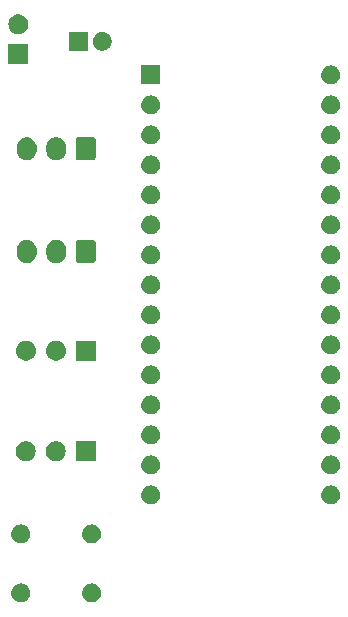
<source format=gts>
G04 #@! TF.GenerationSoftware,KiCad,Pcbnew,8.0.4*
G04 #@! TF.CreationDate,2024-11-12T14:35:11-08:00*
G04 #@! TF.ProjectId,Engine Control Unit,456e6769-6e65-4204-936f-6e74726f6c20,rev?*
G04 #@! TF.SameCoordinates,Original*
G04 #@! TF.FileFunction,Soldermask,Top*
G04 #@! TF.FilePolarity,Negative*
%FSLAX46Y46*%
G04 Gerber Fmt 4.6, Leading zero omitted, Abs format (unit mm)*
G04 Created by KiCad (PCBNEW 8.0.4) date 2024-11-12 14:35:11*
%MOMM*%
%LPD*%
G01*
G04 APERTURE LIST*
G04 APERTURE END LIST*
G36*
X129541811Y-124704711D02*
G01*
X129583588Y-124704711D01*
X129630718Y-124714728D01*
X129678017Y-124720058D01*
X129712408Y-124732092D01*
X129747110Y-124739468D01*
X129797117Y-124761733D01*
X129847107Y-124779225D01*
X129873128Y-124795575D01*
X129899835Y-124807466D01*
X129949633Y-124843646D01*
X129998792Y-124874535D01*
X130016444Y-124892187D01*
X130035084Y-124905730D01*
X130081165Y-124956908D01*
X130125465Y-125001208D01*
X130135654Y-125017424D01*
X130146946Y-125029965D01*
X130185573Y-125096870D01*
X130220775Y-125152893D01*
X130225170Y-125165453D01*
X130230535Y-125174746D01*
X130258010Y-125259305D01*
X130279942Y-125321983D01*
X130280773Y-125329363D01*
X130282195Y-125333738D01*
X130295076Y-125456306D01*
X130300000Y-125500000D01*
X130295076Y-125543697D01*
X130282195Y-125666261D01*
X130280773Y-125670635D01*
X130279942Y-125678017D01*
X130258005Y-125740707D01*
X130230535Y-125825253D01*
X130225171Y-125834543D01*
X130220775Y-125847107D01*
X130185566Y-125903140D01*
X130146946Y-125970034D01*
X130135656Y-125982572D01*
X130125465Y-125998792D01*
X130081155Y-126043101D01*
X130035084Y-126094269D01*
X130016448Y-126107808D01*
X129998792Y-126125465D01*
X129949623Y-126156359D01*
X129899835Y-126192533D01*
X129873134Y-126204421D01*
X129847107Y-126220775D01*
X129797107Y-126238270D01*
X129747110Y-126260531D01*
X129712414Y-126267905D01*
X129678017Y-126279942D01*
X129630715Y-126285271D01*
X129583588Y-126295289D01*
X129541811Y-126295289D01*
X129500000Y-126300000D01*
X129458189Y-126295289D01*
X129416412Y-126295289D01*
X129369284Y-126285271D01*
X129321983Y-126279942D01*
X129287586Y-126267906D01*
X129252889Y-126260531D01*
X129202887Y-126238268D01*
X129152893Y-126220775D01*
X129126868Y-126204422D01*
X129100164Y-126192533D01*
X129050369Y-126156355D01*
X129001208Y-126125465D01*
X128983554Y-126107811D01*
X128964915Y-126094269D01*
X128918833Y-126043090D01*
X128874535Y-125998792D01*
X128864345Y-125982575D01*
X128853053Y-125970034D01*
X128814420Y-125903120D01*
X128779225Y-125847107D01*
X128774830Y-125834547D01*
X128769464Y-125825253D01*
X128741980Y-125740667D01*
X128720058Y-125678017D01*
X128719226Y-125670639D01*
X128717804Y-125666261D01*
X128704908Y-125543565D01*
X128700000Y-125500000D01*
X128704908Y-125456438D01*
X128717804Y-125333738D01*
X128719226Y-125329358D01*
X128720058Y-125321983D01*
X128741975Y-125259345D01*
X128769464Y-125174746D01*
X128774831Y-125165449D01*
X128779225Y-125152893D01*
X128814413Y-125096890D01*
X128853053Y-125029965D01*
X128864347Y-125017421D01*
X128874535Y-125001208D01*
X128918826Y-124956916D01*
X128964917Y-124905728D01*
X128983559Y-124892183D01*
X129001208Y-124874535D01*
X129050354Y-124843654D01*
X129100162Y-124807467D01*
X129126873Y-124795574D01*
X129152893Y-124779225D01*
X129202877Y-124761734D01*
X129252889Y-124739468D01*
X129287592Y-124732091D01*
X129321983Y-124720058D01*
X129369281Y-124714728D01*
X129416412Y-124704711D01*
X129458189Y-124704711D01*
X129500000Y-124700000D01*
X129541811Y-124704711D01*
G37*
G36*
X135541811Y-124704711D02*
G01*
X135583588Y-124704711D01*
X135630718Y-124714728D01*
X135678017Y-124720058D01*
X135712408Y-124732092D01*
X135747110Y-124739468D01*
X135797117Y-124761733D01*
X135847107Y-124779225D01*
X135873128Y-124795575D01*
X135899835Y-124807466D01*
X135949633Y-124843646D01*
X135998792Y-124874535D01*
X136016444Y-124892187D01*
X136035084Y-124905730D01*
X136081165Y-124956908D01*
X136125465Y-125001208D01*
X136135654Y-125017424D01*
X136146946Y-125029965D01*
X136185573Y-125096870D01*
X136220775Y-125152893D01*
X136225170Y-125165453D01*
X136230535Y-125174746D01*
X136258010Y-125259305D01*
X136279942Y-125321983D01*
X136280773Y-125329363D01*
X136282195Y-125333738D01*
X136295076Y-125456306D01*
X136300000Y-125500000D01*
X136295076Y-125543697D01*
X136282195Y-125666261D01*
X136280773Y-125670635D01*
X136279942Y-125678017D01*
X136258005Y-125740707D01*
X136230535Y-125825253D01*
X136225171Y-125834543D01*
X136220775Y-125847107D01*
X136185566Y-125903140D01*
X136146946Y-125970034D01*
X136135656Y-125982572D01*
X136125465Y-125998792D01*
X136081155Y-126043101D01*
X136035084Y-126094269D01*
X136016448Y-126107808D01*
X135998792Y-126125465D01*
X135949623Y-126156359D01*
X135899835Y-126192533D01*
X135873134Y-126204421D01*
X135847107Y-126220775D01*
X135797107Y-126238270D01*
X135747110Y-126260531D01*
X135712414Y-126267905D01*
X135678017Y-126279942D01*
X135630715Y-126285271D01*
X135583588Y-126295289D01*
X135541811Y-126295289D01*
X135500000Y-126300000D01*
X135458189Y-126295289D01*
X135416412Y-126295289D01*
X135369284Y-126285271D01*
X135321983Y-126279942D01*
X135287586Y-126267906D01*
X135252889Y-126260531D01*
X135202887Y-126238268D01*
X135152893Y-126220775D01*
X135126868Y-126204422D01*
X135100164Y-126192533D01*
X135050369Y-126156355D01*
X135001208Y-126125465D01*
X134983554Y-126107811D01*
X134964915Y-126094269D01*
X134918833Y-126043090D01*
X134874535Y-125998792D01*
X134864345Y-125982575D01*
X134853053Y-125970034D01*
X134814420Y-125903120D01*
X134779225Y-125847107D01*
X134774830Y-125834547D01*
X134769464Y-125825253D01*
X134741980Y-125740667D01*
X134720058Y-125678017D01*
X134719226Y-125670639D01*
X134717804Y-125666261D01*
X134704908Y-125543565D01*
X134700000Y-125500000D01*
X134704908Y-125456438D01*
X134717804Y-125333738D01*
X134719226Y-125329358D01*
X134720058Y-125321983D01*
X134741975Y-125259345D01*
X134769464Y-125174746D01*
X134774831Y-125165449D01*
X134779225Y-125152893D01*
X134814413Y-125096890D01*
X134853053Y-125029965D01*
X134864347Y-125017421D01*
X134874535Y-125001208D01*
X134918826Y-124956916D01*
X134964917Y-124905728D01*
X134983559Y-124892183D01*
X135001208Y-124874535D01*
X135050354Y-124843654D01*
X135100162Y-124807467D01*
X135126873Y-124795574D01*
X135152893Y-124779225D01*
X135202877Y-124761734D01*
X135252889Y-124739468D01*
X135287592Y-124732091D01*
X135321983Y-124720058D01*
X135369281Y-124714728D01*
X135416412Y-124704711D01*
X135458189Y-124704711D01*
X135500000Y-124700000D01*
X135541811Y-124704711D01*
G37*
G36*
X129541811Y-119704711D02*
G01*
X129583588Y-119704711D01*
X129630718Y-119714728D01*
X129678017Y-119720058D01*
X129712408Y-119732092D01*
X129747110Y-119739468D01*
X129797117Y-119761733D01*
X129847107Y-119779225D01*
X129873128Y-119795575D01*
X129899835Y-119807466D01*
X129949633Y-119843646D01*
X129998792Y-119874535D01*
X130016444Y-119892187D01*
X130035084Y-119905730D01*
X130081165Y-119956908D01*
X130125465Y-120001208D01*
X130135654Y-120017424D01*
X130146946Y-120029965D01*
X130185573Y-120096870D01*
X130220775Y-120152893D01*
X130225170Y-120165453D01*
X130230535Y-120174746D01*
X130258010Y-120259305D01*
X130279942Y-120321983D01*
X130280773Y-120329363D01*
X130282195Y-120333738D01*
X130295076Y-120456306D01*
X130300000Y-120500000D01*
X130295076Y-120543697D01*
X130282195Y-120666261D01*
X130280773Y-120670635D01*
X130279942Y-120678017D01*
X130258005Y-120740707D01*
X130230535Y-120825253D01*
X130225171Y-120834543D01*
X130220775Y-120847107D01*
X130185566Y-120903140D01*
X130146946Y-120970034D01*
X130135656Y-120982572D01*
X130125465Y-120998792D01*
X130081155Y-121043101D01*
X130035084Y-121094269D01*
X130016448Y-121107808D01*
X129998792Y-121125465D01*
X129949623Y-121156359D01*
X129899835Y-121192533D01*
X129873134Y-121204421D01*
X129847107Y-121220775D01*
X129797107Y-121238270D01*
X129747110Y-121260531D01*
X129712414Y-121267905D01*
X129678017Y-121279942D01*
X129630715Y-121285271D01*
X129583588Y-121295289D01*
X129541811Y-121295289D01*
X129500000Y-121300000D01*
X129458189Y-121295289D01*
X129416412Y-121295289D01*
X129369284Y-121285271D01*
X129321983Y-121279942D01*
X129287586Y-121267906D01*
X129252889Y-121260531D01*
X129202887Y-121238268D01*
X129152893Y-121220775D01*
X129126868Y-121204422D01*
X129100164Y-121192533D01*
X129050369Y-121156355D01*
X129001208Y-121125465D01*
X128983554Y-121107811D01*
X128964915Y-121094269D01*
X128918833Y-121043090D01*
X128874535Y-120998792D01*
X128864345Y-120982575D01*
X128853053Y-120970034D01*
X128814420Y-120903120D01*
X128779225Y-120847107D01*
X128774830Y-120834547D01*
X128769464Y-120825253D01*
X128741980Y-120740667D01*
X128720058Y-120678017D01*
X128719226Y-120670639D01*
X128717804Y-120666261D01*
X128704908Y-120543565D01*
X128700000Y-120500000D01*
X128704908Y-120456438D01*
X128717804Y-120333738D01*
X128719226Y-120329358D01*
X128720058Y-120321983D01*
X128741975Y-120259345D01*
X128769464Y-120174746D01*
X128774831Y-120165449D01*
X128779225Y-120152893D01*
X128814413Y-120096890D01*
X128853053Y-120029965D01*
X128864347Y-120017421D01*
X128874535Y-120001208D01*
X128918826Y-119956916D01*
X128964917Y-119905728D01*
X128983559Y-119892183D01*
X129001208Y-119874535D01*
X129050354Y-119843654D01*
X129100162Y-119807467D01*
X129126873Y-119795574D01*
X129152893Y-119779225D01*
X129202877Y-119761734D01*
X129252889Y-119739468D01*
X129287592Y-119732091D01*
X129321983Y-119720058D01*
X129369281Y-119714728D01*
X129416412Y-119704711D01*
X129458189Y-119704711D01*
X129500000Y-119700000D01*
X129541811Y-119704711D01*
G37*
G36*
X135541811Y-119704711D02*
G01*
X135583588Y-119704711D01*
X135630718Y-119714728D01*
X135678017Y-119720058D01*
X135712408Y-119732092D01*
X135747110Y-119739468D01*
X135797117Y-119761733D01*
X135847107Y-119779225D01*
X135873128Y-119795575D01*
X135899835Y-119807466D01*
X135949633Y-119843646D01*
X135998792Y-119874535D01*
X136016444Y-119892187D01*
X136035084Y-119905730D01*
X136081165Y-119956908D01*
X136125465Y-120001208D01*
X136135654Y-120017424D01*
X136146946Y-120029965D01*
X136185573Y-120096870D01*
X136220775Y-120152893D01*
X136225170Y-120165453D01*
X136230535Y-120174746D01*
X136258010Y-120259305D01*
X136279942Y-120321983D01*
X136280773Y-120329363D01*
X136282195Y-120333738D01*
X136295076Y-120456306D01*
X136300000Y-120500000D01*
X136295076Y-120543697D01*
X136282195Y-120666261D01*
X136280773Y-120670635D01*
X136279942Y-120678017D01*
X136258005Y-120740707D01*
X136230535Y-120825253D01*
X136225171Y-120834543D01*
X136220775Y-120847107D01*
X136185566Y-120903140D01*
X136146946Y-120970034D01*
X136135656Y-120982572D01*
X136125465Y-120998792D01*
X136081155Y-121043101D01*
X136035084Y-121094269D01*
X136016448Y-121107808D01*
X135998792Y-121125465D01*
X135949623Y-121156359D01*
X135899835Y-121192533D01*
X135873134Y-121204421D01*
X135847107Y-121220775D01*
X135797107Y-121238270D01*
X135747110Y-121260531D01*
X135712414Y-121267905D01*
X135678017Y-121279942D01*
X135630715Y-121285271D01*
X135583588Y-121295289D01*
X135541811Y-121295289D01*
X135500000Y-121300000D01*
X135458189Y-121295289D01*
X135416412Y-121295289D01*
X135369284Y-121285271D01*
X135321983Y-121279942D01*
X135287586Y-121267906D01*
X135252889Y-121260531D01*
X135202887Y-121238268D01*
X135152893Y-121220775D01*
X135126868Y-121204422D01*
X135100164Y-121192533D01*
X135050369Y-121156355D01*
X135001208Y-121125465D01*
X134983554Y-121107811D01*
X134964915Y-121094269D01*
X134918833Y-121043090D01*
X134874535Y-120998792D01*
X134864345Y-120982575D01*
X134853053Y-120970034D01*
X134814420Y-120903120D01*
X134779225Y-120847107D01*
X134774830Y-120834547D01*
X134769464Y-120825253D01*
X134741980Y-120740667D01*
X134720058Y-120678017D01*
X134719226Y-120670639D01*
X134717804Y-120666261D01*
X134704908Y-120543565D01*
X134700000Y-120500000D01*
X134704908Y-120456438D01*
X134717804Y-120333738D01*
X134719226Y-120329358D01*
X134720058Y-120321983D01*
X134741975Y-120259345D01*
X134769464Y-120174746D01*
X134774831Y-120165449D01*
X134779225Y-120152893D01*
X134814413Y-120096890D01*
X134853053Y-120029965D01*
X134864347Y-120017421D01*
X134874535Y-120001208D01*
X134918826Y-119956916D01*
X134964917Y-119905728D01*
X134983559Y-119892183D01*
X135001208Y-119874535D01*
X135050354Y-119843654D01*
X135100162Y-119807467D01*
X135126873Y-119795574D01*
X135152893Y-119779225D01*
X135202877Y-119761734D01*
X135252889Y-119739468D01*
X135287592Y-119732091D01*
X135321983Y-119720058D01*
X135369281Y-119714728D01*
X135416412Y-119704711D01*
X135458189Y-119704711D01*
X135500000Y-119700000D01*
X135541811Y-119704711D01*
G37*
G36*
X140541811Y-116404711D02*
G01*
X140583588Y-116404711D01*
X140630718Y-116414728D01*
X140678017Y-116420058D01*
X140712408Y-116432092D01*
X140747110Y-116439468D01*
X140797117Y-116461733D01*
X140847107Y-116479225D01*
X140873128Y-116495575D01*
X140899835Y-116507466D01*
X140949633Y-116543646D01*
X140998792Y-116574535D01*
X141016444Y-116592187D01*
X141035084Y-116605730D01*
X141081165Y-116656908D01*
X141125465Y-116701208D01*
X141135654Y-116717424D01*
X141146946Y-116729965D01*
X141185573Y-116796870D01*
X141220775Y-116852893D01*
X141225170Y-116865453D01*
X141230535Y-116874746D01*
X141258010Y-116959305D01*
X141279942Y-117021983D01*
X141280773Y-117029363D01*
X141282195Y-117033738D01*
X141295076Y-117156306D01*
X141300000Y-117200000D01*
X141295076Y-117243697D01*
X141282195Y-117366261D01*
X141280773Y-117370635D01*
X141279942Y-117378017D01*
X141258005Y-117440707D01*
X141230535Y-117525253D01*
X141225171Y-117534543D01*
X141220775Y-117547107D01*
X141185566Y-117603140D01*
X141146946Y-117670034D01*
X141135656Y-117682572D01*
X141125465Y-117698792D01*
X141081155Y-117743101D01*
X141035084Y-117794269D01*
X141016448Y-117807808D01*
X140998792Y-117825465D01*
X140949623Y-117856359D01*
X140899835Y-117892533D01*
X140873134Y-117904421D01*
X140847107Y-117920775D01*
X140797107Y-117938270D01*
X140747110Y-117960531D01*
X140712414Y-117967905D01*
X140678017Y-117979942D01*
X140630715Y-117985271D01*
X140583588Y-117995289D01*
X140541811Y-117995289D01*
X140500000Y-118000000D01*
X140458189Y-117995289D01*
X140416412Y-117995289D01*
X140369284Y-117985271D01*
X140321983Y-117979942D01*
X140287586Y-117967906D01*
X140252889Y-117960531D01*
X140202887Y-117938268D01*
X140152893Y-117920775D01*
X140126868Y-117904422D01*
X140100164Y-117892533D01*
X140050369Y-117856355D01*
X140001208Y-117825465D01*
X139983554Y-117807811D01*
X139964915Y-117794269D01*
X139918833Y-117743090D01*
X139874535Y-117698792D01*
X139864345Y-117682575D01*
X139853053Y-117670034D01*
X139814420Y-117603120D01*
X139779225Y-117547107D01*
X139774830Y-117534547D01*
X139769464Y-117525253D01*
X139741980Y-117440667D01*
X139720058Y-117378017D01*
X139719226Y-117370639D01*
X139717804Y-117366261D01*
X139704908Y-117243565D01*
X139700000Y-117200000D01*
X139704908Y-117156438D01*
X139717804Y-117033738D01*
X139719226Y-117029358D01*
X139720058Y-117021983D01*
X139741975Y-116959345D01*
X139769464Y-116874746D01*
X139774831Y-116865449D01*
X139779225Y-116852893D01*
X139814413Y-116796890D01*
X139853053Y-116729965D01*
X139864347Y-116717421D01*
X139874535Y-116701208D01*
X139918826Y-116656916D01*
X139964917Y-116605728D01*
X139983559Y-116592183D01*
X140001208Y-116574535D01*
X140050354Y-116543654D01*
X140100162Y-116507467D01*
X140126873Y-116495574D01*
X140152893Y-116479225D01*
X140202877Y-116461734D01*
X140252889Y-116439468D01*
X140287592Y-116432091D01*
X140321983Y-116420058D01*
X140369281Y-116414728D01*
X140416412Y-116404711D01*
X140458189Y-116404711D01*
X140500000Y-116400000D01*
X140541811Y-116404711D01*
G37*
G36*
X155781811Y-116404711D02*
G01*
X155823588Y-116404711D01*
X155870718Y-116414728D01*
X155918017Y-116420058D01*
X155952408Y-116432092D01*
X155987110Y-116439468D01*
X156037117Y-116461733D01*
X156087107Y-116479225D01*
X156113128Y-116495575D01*
X156139835Y-116507466D01*
X156189633Y-116543646D01*
X156238792Y-116574535D01*
X156256444Y-116592187D01*
X156275084Y-116605730D01*
X156321165Y-116656908D01*
X156365465Y-116701208D01*
X156375654Y-116717424D01*
X156386946Y-116729965D01*
X156425573Y-116796870D01*
X156460775Y-116852893D01*
X156465170Y-116865453D01*
X156470535Y-116874746D01*
X156498010Y-116959305D01*
X156519942Y-117021983D01*
X156520773Y-117029363D01*
X156522195Y-117033738D01*
X156535076Y-117156306D01*
X156540000Y-117200000D01*
X156535076Y-117243697D01*
X156522195Y-117366261D01*
X156520773Y-117370635D01*
X156519942Y-117378017D01*
X156498005Y-117440707D01*
X156470535Y-117525253D01*
X156465171Y-117534543D01*
X156460775Y-117547107D01*
X156425566Y-117603140D01*
X156386946Y-117670034D01*
X156375656Y-117682572D01*
X156365465Y-117698792D01*
X156321155Y-117743101D01*
X156275084Y-117794269D01*
X156256448Y-117807808D01*
X156238792Y-117825465D01*
X156189623Y-117856359D01*
X156139835Y-117892533D01*
X156113134Y-117904421D01*
X156087107Y-117920775D01*
X156037107Y-117938270D01*
X155987110Y-117960531D01*
X155952414Y-117967905D01*
X155918017Y-117979942D01*
X155870715Y-117985271D01*
X155823588Y-117995289D01*
X155781811Y-117995289D01*
X155740000Y-118000000D01*
X155698189Y-117995289D01*
X155656412Y-117995289D01*
X155609284Y-117985271D01*
X155561983Y-117979942D01*
X155527586Y-117967906D01*
X155492889Y-117960531D01*
X155442887Y-117938268D01*
X155392893Y-117920775D01*
X155366868Y-117904422D01*
X155340164Y-117892533D01*
X155290369Y-117856355D01*
X155241208Y-117825465D01*
X155223554Y-117807811D01*
X155204915Y-117794269D01*
X155158833Y-117743090D01*
X155114535Y-117698792D01*
X155104345Y-117682575D01*
X155093053Y-117670034D01*
X155054420Y-117603120D01*
X155019225Y-117547107D01*
X155014830Y-117534547D01*
X155009464Y-117525253D01*
X154981980Y-117440667D01*
X154960058Y-117378017D01*
X154959226Y-117370639D01*
X154957804Y-117366261D01*
X154944908Y-117243565D01*
X154940000Y-117200000D01*
X154944908Y-117156438D01*
X154957804Y-117033738D01*
X154959226Y-117029358D01*
X154960058Y-117021983D01*
X154981975Y-116959345D01*
X155009464Y-116874746D01*
X155014831Y-116865449D01*
X155019225Y-116852893D01*
X155054413Y-116796890D01*
X155093053Y-116729965D01*
X155104347Y-116717421D01*
X155114535Y-116701208D01*
X155158826Y-116656916D01*
X155204917Y-116605728D01*
X155223559Y-116592183D01*
X155241208Y-116574535D01*
X155290354Y-116543654D01*
X155340162Y-116507467D01*
X155366873Y-116495574D01*
X155392893Y-116479225D01*
X155442877Y-116461734D01*
X155492889Y-116439468D01*
X155527592Y-116432091D01*
X155561983Y-116420058D01*
X155609281Y-116414728D01*
X155656412Y-116404711D01*
X155698189Y-116404711D01*
X155740000Y-116400000D01*
X155781811Y-116404711D01*
G37*
G36*
X140541811Y-113864711D02*
G01*
X140583588Y-113864711D01*
X140630718Y-113874728D01*
X140678017Y-113880058D01*
X140712408Y-113892092D01*
X140747110Y-113899468D01*
X140797117Y-113921733D01*
X140847107Y-113939225D01*
X140873128Y-113955575D01*
X140899835Y-113967466D01*
X140949633Y-114003646D01*
X140998792Y-114034535D01*
X141016444Y-114052187D01*
X141035084Y-114065730D01*
X141081165Y-114116908D01*
X141125465Y-114161208D01*
X141135654Y-114177424D01*
X141146946Y-114189965D01*
X141185573Y-114256870D01*
X141220775Y-114312893D01*
X141225170Y-114325453D01*
X141230535Y-114334746D01*
X141258010Y-114419305D01*
X141279942Y-114481983D01*
X141280773Y-114489363D01*
X141282195Y-114493738D01*
X141295076Y-114616306D01*
X141300000Y-114660000D01*
X141295076Y-114703697D01*
X141282195Y-114826261D01*
X141280773Y-114830635D01*
X141279942Y-114838017D01*
X141258005Y-114900707D01*
X141230535Y-114985253D01*
X141225171Y-114994543D01*
X141220775Y-115007107D01*
X141185566Y-115063140D01*
X141146946Y-115130034D01*
X141135656Y-115142572D01*
X141125465Y-115158792D01*
X141081155Y-115203101D01*
X141035084Y-115254269D01*
X141016448Y-115267808D01*
X140998792Y-115285465D01*
X140949623Y-115316359D01*
X140899835Y-115352533D01*
X140873134Y-115364421D01*
X140847107Y-115380775D01*
X140797107Y-115398270D01*
X140747110Y-115420531D01*
X140712414Y-115427905D01*
X140678017Y-115439942D01*
X140630715Y-115445271D01*
X140583588Y-115455289D01*
X140541811Y-115455289D01*
X140500000Y-115460000D01*
X140458189Y-115455289D01*
X140416412Y-115455289D01*
X140369284Y-115445271D01*
X140321983Y-115439942D01*
X140287586Y-115427906D01*
X140252889Y-115420531D01*
X140202887Y-115398268D01*
X140152893Y-115380775D01*
X140126868Y-115364422D01*
X140100164Y-115352533D01*
X140050369Y-115316355D01*
X140001208Y-115285465D01*
X139983554Y-115267811D01*
X139964915Y-115254269D01*
X139918833Y-115203090D01*
X139874535Y-115158792D01*
X139864345Y-115142575D01*
X139853053Y-115130034D01*
X139814420Y-115063120D01*
X139779225Y-115007107D01*
X139774830Y-114994547D01*
X139769464Y-114985253D01*
X139741980Y-114900667D01*
X139720058Y-114838017D01*
X139719226Y-114830639D01*
X139717804Y-114826261D01*
X139704908Y-114703565D01*
X139700000Y-114660000D01*
X139704908Y-114616438D01*
X139717804Y-114493738D01*
X139719226Y-114489358D01*
X139720058Y-114481983D01*
X139741975Y-114419345D01*
X139769464Y-114334746D01*
X139774831Y-114325449D01*
X139779225Y-114312893D01*
X139814413Y-114256890D01*
X139853053Y-114189965D01*
X139864347Y-114177421D01*
X139874535Y-114161208D01*
X139918826Y-114116916D01*
X139964917Y-114065728D01*
X139983559Y-114052183D01*
X140001208Y-114034535D01*
X140050354Y-114003654D01*
X140100162Y-113967467D01*
X140126873Y-113955574D01*
X140152893Y-113939225D01*
X140202877Y-113921734D01*
X140252889Y-113899468D01*
X140287592Y-113892091D01*
X140321983Y-113880058D01*
X140369281Y-113874728D01*
X140416412Y-113864711D01*
X140458189Y-113864711D01*
X140500000Y-113860000D01*
X140541811Y-113864711D01*
G37*
G36*
X155781811Y-113864711D02*
G01*
X155823588Y-113864711D01*
X155870718Y-113874728D01*
X155918017Y-113880058D01*
X155952408Y-113892092D01*
X155987110Y-113899468D01*
X156037117Y-113921733D01*
X156087107Y-113939225D01*
X156113128Y-113955575D01*
X156139835Y-113967466D01*
X156189633Y-114003646D01*
X156238792Y-114034535D01*
X156256444Y-114052187D01*
X156275084Y-114065730D01*
X156321165Y-114116908D01*
X156365465Y-114161208D01*
X156375654Y-114177424D01*
X156386946Y-114189965D01*
X156425573Y-114256870D01*
X156460775Y-114312893D01*
X156465170Y-114325453D01*
X156470535Y-114334746D01*
X156498010Y-114419305D01*
X156519942Y-114481983D01*
X156520773Y-114489363D01*
X156522195Y-114493738D01*
X156535076Y-114616306D01*
X156540000Y-114660000D01*
X156535076Y-114703697D01*
X156522195Y-114826261D01*
X156520773Y-114830635D01*
X156519942Y-114838017D01*
X156498005Y-114900707D01*
X156470535Y-114985253D01*
X156465171Y-114994543D01*
X156460775Y-115007107D01*
X156425566Y-115063140D01*
X156386946Y-115130034D01*
X156375656Y-115142572D01*
X156365465Y-115158792D01*
X156321155Y-115203101D01*
X156275084Y-115254269D01*
X156256448Y-115267808D01*
X156238792Y-115285465D01*
X156189623Y-115316359D01*
X156139835Y-115352533D01*
X156113134Y-115364421D01*
X156087107Y-115380775D01*
X156037107Y-115398270D01*
X155987110Y-115420531D01*
X155952414Y-115427905D01*
X155918017Y-115439942D01*
X155870715Y-115445271D01*
X155823588Y-115455289D01*
X155781811Y-115455289D01*
X155740000Y-115460000D01*
X155698189Y-115455289D01*
X155656412Y-115455289D01*
X155609284Y-115445271D01*
X155561983Y-115439942D01*
X155527586Y-115427906D01*
X155492889Y-115420531D01*
X155442887Y-115398268D01*
X155392893Y-115380775D01*
X155366868Y-115364422D01*
X155340164Y-115352533D01*
X155290369Y-115316355D01*
X155241208Y-115285465D01*
X155223554Y-115267811D01*
X155204915Y-115254269D01*
X155158833Y-115203090D01*
X155114535Y-115158792D01*
X155104345Y-115142575D01*
X155093053Y-115130034D01*
X155054420Y-115063120D01*
X155019225Y-115007107D01*
X155014830Y-114994547D01*
X155009464Y-114985253D01*
X154981980Y-114900667D01*
X154960058Y-114838017D01*
X154959226Y-114830639D01*
X154957804Y-114826261D01*
X154944908Y-114703565D01*
X154940000Y-114660000D01*
X154944908Y-114616438D01*
X154957804Y-114493738D01*
X154959226Y-114489358D01*
X154960058Y-114481983D01*
X154981975Y-114419345D01*
X155009464Y-114334746D01*
X155014831Y-114325449D01*
X155019225Y-114312893D01*
X155054413Y-114256890D01*
X155093053Y-114189965D01*
X155104347Y-114177421D01*
X155114535Y-114161208D01*
X155158826Y-114116916D01*
X155204917Y-114065728D01*
X155223559Y-114052183D01*
X155241208Y-114034535D01*
X155290354Y-114003654D01*
X155340162Y-113967467D01*
X155366873Y-113955574D01*
X155392893Y-113939225D01*
X155442877Y-113921734D01*
X155492889Y-113899468D01*
X155527592Y-113892091D01*
X155561983Y-113880058D01*
X155609281Y-113874728D01*
X155656412Y-113864711D01*
X155698189Y-113864711D01*
X155740000Y-113860000D01*
X155781811Y-113864711D01*
G37*
G36*
X135850000Y-114350000D02*
G01*
X134150000Y-114350000D01*
X134150000Y-112650000D01*
X135850000Y-112650000D01*
X135850000Y-114350000D01*
G37*
G36*
X130182664Y-112691602D02*
G01*
X130345000Y-112763878D01*
X130488761Y-112868327D01*
X130607664Y-113000383D01*
X130696514Y-113154274D01*
X130751425Y-113323275D01*
X130770000Y-113500000D01*
X130751425Y-113676725D01*
X130696514Y-113845726D01*
X130607664Y-113999617D01*
X130488761Y-114131673D01*
X130345000Y-114236122D01*
X130182664Y-114308398D01*
X130008849Y-114345344D01*
X129831151Y-114345344D01*
X129657336Y-114308398D01*
X129495000Y-114236122D01*
X129351239Y-114131673D01*
X129232336Y-113999617D01*
X129143486Y-113845726D01*
X129088575Y-113676725D01*
X129070000Y-113500000D01*
X129088575Y-113323275D01*
X129143486Y-113154274D01*
X129232336Y-113000383D01*
X129351239Y-112868327D01*
X129495000Y-112763878D01*
X129657336Y-112691602D01*
X129831151Y-112654656D01*
X130008849Y-112654656D01*
X130182664Y-112691602D01*
G37*
G36*
X132722664Y-112691602D02*
G01*
X132885000Y-112763878D01*
X133028761Y-112868327D01*
X133147664Y-113000383D01*
X133236514Y-113154274D01*
X133291425Y-113323275D01*
X133310000Y-113500000D01*
X133291425Y-113676725D01*
X133236514Y-113845726D01*
X133147664Y-113999617D01*
X133028761Y-114131673D01*
X132885000Y-114236122D01*
X132722664Y-114308398D01*
X132548849Y-114345344D01*
X132371151Y-114345344D01*
X132197336Y-114308398D01*
X132035000Y-114236122D01*
X131891239Y-114131673D01*
X131772336Y-113999617D01*
X131683486Y-113845726D01*
X131628575Y-113676725D01*
X131610000Y-113500000D01*
X131628575Y-113323275D01*
X131683486Y-113154274D01*
X131772336Y-113000383D01*
X131891239Y-112868327D01*
X132035000Y-112763878D01*
X132197336Y-112691602D01*
X132371151Y-112654656D01*
X132548849Y-112654656D01*
X132722664Y-112691602D01*
G37*
G36*
X140541811Y-111324711D02*
G01*
X140583588Y-111324711D01*
X140630718Y-111334728D01*
X140678017Y-111340058D01*
X140712408Y-111352092D01*
X140747110Y-111359468D01*
X140797117Y-111381733D01*
X140847107Y-111399225D01*
X140873128Y-111415575D01*
X140899835Y-111427466D01*
X140949633Y-111463646D01*
X140998792Y-111494535D01*
X141016444Y-111512187D01*
X141035084Y-111525730D01*
X141081165Y-111576908D01*
X141125465Y-111621208D01*
X141135654Y-111637424D01*
X141146946Y-111649965D01*
X141185573Y-111716870D01*
X141220775Y-111772893D01*
X141225170Y-111785453D01*
X141230535Y-111794746D01*
X141258010Y-111879305D01*
X141279942Y-111941983D01*
X141280773Y-111949363D01*
X141282195Y-111953738D01*
X141295076Y-112076306D01*
X141300000Y-112120000D01*
X141295076Y-112163697D01*
X141282195Y-112286261D01*
X141280773Y-112290635D01*
X141279942Y-112298017D01*
X141258005Y-112360707D01*
X141230535Y-112445253D01*
X141225171Y-112454543D01*
X141220775Y-112467107D01*
X141185566Y-112523140D01*
X141146946Y-112590034D01*
X141135656Y-112602572D01*
X141125465Y-112618792D01*
X141081155Y-112663101D01*
X141035084Y-112714269D01*
X141016448Y-112727808D01*
X140998792Y-112745465D01*
X140949623Y-112776359D01*
X140899835Y-112812533D01*
X140873134Y-112824421D01*
X140847107Y-112840775D01*
X140797107Y-112858270D01*
X140747110Y-112880531D01*
X140712414Y-112887905D01*
X140678017Y-112899942D01*
X140630715Y-112905271D01*
X140583588Y-112915289D01*
X140541811Y-112915289D01*
X140500000Y-112920000D01*
X140458189Y-112915289D01*
X140416412Y-112915289D01*
X140369284Y-112905271D01*
X140321983Y-112899942D01*
X140287586Y-112887906D01*
X140252889Y-112880531D01*
X140202887Y-112858268D01*
X140152893Y-112840775D01*
X140126868Y-112824422D01*
X140100164Y-112812533D01*
X140050369Y-112776355D01*
X140001208Y-112745465D01*
X139983554Y-112727811D01*
X139964915Y-112714269D01*
X139918833Y-112663090D01*
X139874535Y-112618792D01*
X139864345Y-112602575D01*
X139853053Y-112590034D01*
X139814420Y-112523120D01*
X139779225Y-112467107D01*
X139774830Y-112454547D01*
X139769464Y-112445253D01*
X139741980Y-112360667D01*
X139720058Y-112298017D01*
X139719226Y-112290639D01*
X139717804Y-112286261D01*
X139704908Y-112163565D01*
X139700000Y-112120000D01*
X139704908Y-112076438D01*
X139717804Y-111953738D01*
X139719226Y-111949358D01*
X139720058Y-111941983D01*
X139741975Y-111879345D01*
X139769464Y-111794746D01*
X139774831Y-111785449D01*
X139779225Y-111772893D01*
X139814413Y-111716890D01*
X139853053Y-111649965D01*
X139864347Y-111637421D01*
X139874535Y-111621208D01*
X139918826Y-111576916D01*
X139964917Y-111525728D01*
X139983559Y-111512183D01*
X140001208Y-111494535D01*
X140050354Y-111463654D01*
X140100162Y-111427467D01*
X140126873Y-111415574D01*
X140152893Y-111399225D01*
X140202877Y-111381734D01*
X140252889Y-111359468D01*
X140287592Y-111352091D01*
X140321983Y-111340058D01*
X140369281Y-111334728D01*
X140416412Y-111324711D01*
X140458189Y-111324711D01*
X140500000Y-111320000D01*
X140541811Y-111324711D01*
G37*
G36*
X155781811Y-111324711D02*
G01*
X155823588Y-111324711D01*
X155870718Y-111334728D01*
X155918017Y-111340058D01*
X155952408Y-111352092D01*
X155987110Y-111359468D01*
X156037117Y-111381733D01*
X156087107Y-111399225D01*
X156113128Y-111415575D01*
X156139835Y-111427466D01*
X156189633Y-111463646D01*
X156238792Y-111494535D01*
X156256444Y-111512187D01*
X156275084Y-111525730D01*
X156321165Y-111576908D01*
X156365465Y-111621208D01*
X156375654Y-111637424D01*
X156386946Y-111649965D01*
X156425573Y-111716870D01*
X156460775Y-111772893D01*
X156465170Y-111785453D01*
X156470535Y-111794746D01*
X156498010Y-111879305D01*
X156519942Y-111941983D01*
X156520773Y-111949363D01*
X156522195Y-111953738D01*
X156535076Y-112076306D01*
X156540000Y-112120000D01*
X156535076Y-112163697D01*
X156522195Y-112286261D01*
X156520773Y-112290635D01*
X156519942Y-112298017D01*
X156498005Y-112360707D01*
X156470535Y-112445253D01*
X156465171Y-112454543D01*
X156460775Y-112467107D01*
X156425566Y-112523140D01*
X156386946Y-112590034D01*
X156375656Y-112602572D01*
X156365465Y-112618792D01*
X156321155Y-112663101D01*
X156275084Y-112714269D01*
X156256448Y-112727808D01*
X156238792Y-112745465D01*
X156189623Y-112776359D01*
X156139835Y-112812533D01*
X156113134Y-112824421D01*
X156087107Y-112840775D01*
X156037107Y-112858270D01*
X155987110Y-112880531D01*
X155952414Y-112887905D01*
X155918017Y-112899942D01*
X155870715Y-112905271D01*
X155823588Y-112915289D01*
X155781811Y-112915289D01*
X155740000Y-112920000D01*
X155698189Y-112915289D01*
X155656412Y-112915289D01*
X155609284Y-112905271D01*
X155561983Y-112899942D01*
X155527586Y-112887906D01*
X155492889Y-112880531D01*
X155442887Y-112858268D01*
X155392893Y-112840775D01*
X155366868Y-112824422D01*
X155340164Y-112812533D01*
X155290369Y-112776355D01*
X155241208Y-112745465D01*
X155223554Y-112727811D01*
X155204915Y-112714269D01*
X155158833Y-112663090D01*
X155114535Y-112618792D01*
X155104345Y-112602575D01*
X155093053Y-112590034D01*
X155054420Y-112523120D01*
X155019225Y-112467107D01*
X155014830Y-112454547D01*
X155009464Y-112445253D01*
X154981980Y-112360667D01*
X154960058Y-112298017D01*
X154959226Y-112290639D01*
X154957804Y-112286261D01*
X154944908Y-112163565D01*
X154940000Y-112120000D01*
X154944908Y-112076438D01*
X154957804Y-111953738D01*
X154959226Y-111949358D01*
X154960058Y-111941983D01*
X154981975Y-111879345D01*
X155009464Y-111794746D01*
X155014831Y-111785449D01*
X155019225Y-111772893D01*
X155054413Y-111716890D01*
X155093053Y-111649965D01*
X155104347Y-111637421D01*
X155114535Y-111621208D01*
X155158826Y-111576916D01*
X155204917Y-111525728D01*
X155223559Y-111512183D01*
X155241208Y-111494535D01*
X155290354Y-111463654D01*
X155340162Y-111427467D01*
X155366873Y-111415574D01*
X155392893Y-111399225D01*
X155442877Y-111381734D01*
X155492889Y-111359468D01*
X155527592Y-111352091D01*
X155561983Y-111340058D01*
X155609281Y-111334728D01*
X155656412Y-111324711D01*
X155698189Y-111324711D01*
X155740000Y-111320000D01*
X155781811Y-111324711D01*
G37*
G36*
X140541811Y-108784711D02*
G01*
X140583588Y-108784711D01*
X140630718Y-108794728D01*
X140678017Y-108800058D01*
X140712408Y-108812092D01*
X140747110Y-108819468D01*
X140797117Y-108841733D01*
X140847107Y-108859225D01*
X140873128Y-108875575D01*
X140899835Y-108887466D01*
X140949633Y-108923646D01*
X140998792Y-108954535D01*
X141016444Y-108972187D01*
X141035084Y-108985730D01*
X141081165Y-109036908D01*
X141125465Y-109081208D01*
X141135654Y-109097424D01*
X141146946Y-109109965D01*
X141185573Y-109176870D01*
X141220775Y-109232893D01*
X141225170Y-109245453D01*
X141230535Y-109254746D01*
X141258010Y-109339305D01*
X141279942Y-109401983D01*
X141280773Y-109409363D01*
X141282195Y-109413738D01*
X141295076Y-109536306D01*
X141300000Y-109580000D01*
X141295076Y-109623697D01*
X141282195Y-109746261D01*
X141280773Y-109750635D01*
X141279942Y-109758017D01*
X141258005Y-109820707D01*
X141230535Y-109905253D01*
X141225171Y-109914543D01*
X141220775Y-109927107D01*
X141185566Y-109983140D01*
X141146946Y-110050034D01*
X141135656Y-110062572D01*
X141125465Y-110078792D01*
X141081155Y-110123101D01*
X141035084Y-110174269D01*
X141016448Y-110187808D01*
X140998792Y-110205465D01*
X140949623Y-110236359D01*
X140899835Y-110272533D01*
X140873134Y-110284421D01*
X140847107Y-110300775D01*
X140797107Y-110318270D01*
X140747110Y-110340531D01*
X140712414Y-110347905D01*
X140678017Y-110359942D01*
X140630715Y-110365271D01*
X140583588Y-110375289D01*
X140541811Y-110375289D01*
X140500000Y-110380000D01*
X140458189Y-110375289D01*
X140416412Y-110375289D01*
X140369284Y-110365271D01*
X140321983Y-110359942D01*
X140287586Y-110347906D01*
X140252889Y-110340531D01*
X140202887Y-110318268D01*
X140152893Y-110300775D01*
X140126868Y-110284422D01*
X140100164Y-110272533D01*
X140050369Y-110236355D01*
X140001208Y-110205465D01*
X139983554Y-110187811D01*
X139964915Y-110174269D01*
X139918833Y-110123090D01*
X139874535Y-110078792D01*
X139864345Y-110062575D01*
X139853053Y-110050034D01*
X139814420Y-109983120D01*
X139779225Y-109927107D01*
X139774830Y-109914547D01*
X139769464Y-109905253D01*
X139741980Y-109820667D01*
X139720058Y-109758017D01*
X139719226Y-109750639D01*
X139717804Y-109746261D01*
X139704908Y-109623565D01*
X139700000Y-109580000D01*
X139704908Y-109536438D01*
X139717804Y-109413738D01*
X139719226Y-109409358D01*
X139720058Y-109401983D01*
X139741975Y-109339345D01*
X139769464Y-109254746D01*
X139774831Y-109245449D01*
X139779225Y-109232893D01*
X139814413Y-109176890D01*
X139853053Y-109109965D01*
X139864347Y-109097421D01*
X139874535Y-109081208D01*
X139918826Y-109036916D01*
X139964917Y-108985728D01*
X139983559Y-108972183D01*
X140001208Y-108954535D01*
X140050354Y-108923654D01*
X140100162Y-108887467D01*
X140126873Y-108875574D01*
X140152893Y-108859225D01*
X140202877Y-108841734D01*
X140252889Y-108819468D01*
X140287592Y-108812091D01*
X140321983Y-108800058D01*
X140369281Y-108794728D01*
X140416412Y-108784711D01*
X140458189Y-108784711D01*
X140500000Y-108780000D01*
X140541811Y-108784711D01*
G37*
G36*
X155781811Y-108784711D02*
G01*
X155823588Y-108784711D01*
X155870718Y-108794728D01*
X155918017Y-108800058D01*
X155952408Y-108812092D01*
X155987110Y-108819468D01*
X156037117Y-108841733D01*
X156087107Y-108859225D01*
X156113128Y-108875575D01*
X156139835Y-108887466D01*
X156189633Y-108923646D01*
X156238792Y-108954535D01*
X156256444Y-108972187D01*
X156275084Y-108985730D01*
X156321165Y-109036908D01*
X156365465Y-109081208D01*
X156375654Y-109097424D01*
X156386946Y-109109965D01*
X156425573Y-109176870D01*
X156460775Y-109232893D01*
X156465170Y-109245453D01*
X156470535Y-109254746D01*
X156498010Y-109339305D01*
X156519942Y-109401983D01*
X156520773Y-109409363D01*
X156522195Y-109413738D01*
X156535076Y-109536306D01*
X156540000Y-109580000D01*
X156535076Y-109623697D01*
X156522195Y-109746261D01*
X156520773Y-109750635D01*
X156519942Y-109758017D01*
X156498005Y-109820707D01*
X156470535Y-109905253D01*
X156465171Y-109914543D01*
X156460775Y-109927107D01*
X156425566Y-109983140D01*
X156386946Y-110050034D01*
X156375656Y-110062572D01*
X156365465Y-110078792D01*
X156321155Y-110123101D01*
X156275084Y-110174269D01*
X156256448Y-110187808D01*
X156238792Y-110205465D01*
X156189623Y-110236359D01*
X156139835Y-110272533D01*
X156113134Y-110284421D01*
X156087107Y-110300775D01*
X156037107Y-110318270D01*
X155987110Y-110340531D01*
X155952414Y-110347905D01*
X155918017Y-110359942D01*
X155870715Y-110365271D01*
X155823588Y-110375289D01*
X155781811Y-110375289D01*
X155740000Y-110380000D01*
X155698189Y-110375289D01*
X155656412Y-110375289D01*
X155609284Y-110365271D01*
X155561983Y-110359942D01*
X155527586Y-110347906D01*
X155492889Y-110340531D01*
X155442887Y-110318268D01*
X155392893Y-110300775D01*
X155366868Y-110284422D01*
X155340164Y-110272533D01*
X155290369Y-110236355D01*
X155241208Y-110205465D01*
X155223554Y-110187811D01*
X155204915Y-110174269D01*
X155158833Y-110123090D01*
X155114535Y-110078792D01*
X155104345Y-110062575D01*
X155093053Y-110050034D01*
X155054420Y-109983120D01*
X155019225Y-109927107D01*
X155014830Y-109914547D01*
X155009464Y-109905253D01*
X154981980Y-109820667D01*
X154960058Y-109758017D01*
X154959226Y-109750639D01*
X154957804Y-109746261D01*
X154944908Y-109623565D01*
X154940000Y-109580000D01*
X154944908Y-109536438D01*
X154957804Y-109413738D01*
X154959226Y-109409358D01*
X154960058Y-109401983D01*
X154981975Y-109339345D01*
X155009464Y-109254746D01*
X155014831Y-109245449D01*
X155019225Y-109232893D01*
X155054413Y-109176890D01*
X155093053Y-109109965D01*
X155104347Y-109097421D01*
X155114535Y-109081208D01*
X155158826Y-109036916D01*
X155204917Y-108985728D01*
X155223559Y-108972183D01*
X155241208Y-108954535D01*
X155290354Y-108923654D01*
X155340162Y-108887467D01*
X155366873Y-108875574D01*
X155392893Y-108859225D01*
X155442877Y-108841734D01*
X155492889Y-108819468D01*
X155527592Y-108812091D01*
X155561983Y-108800058D01*
X155609281Y-108794728D01*
X155656412Y-108784711D01*
X155698189Y-108784711D01*
X155740000Y-108780000D01*
X155781811Y-108784711D01*
G37*
G36*
X140541811Y-106244711D02*
G01*
X140583588Y-106244711D01*
X140630718Y-106254728D01*
X140678017Y-106260058D01*
X140712408Y-106272092D01*
X140747110Y-106279468D01*
X140797117Y-106301733D01*
X140847107Y-106319225D01*
X140873128Y-106335575D01*
X140899835Y-106347466D01*
X140949633Y-106383646D01*
X140998792Y-106414535D01*
X141016444Y-106432187D01*
X141035084Y-106445730D01*
X141081165Y-106496908D01*
X141125465Y-106541208D01*
X141135654Y-106557424D01*
X141146946Y-106569965D01*
X141185573Y-106636870D01*
X141220775Y-106692893D01*
X141225170Y-106705453D01*
X141230535Y-106714746D01*
X141258010Y-106799305D01*
X141279942Y-106861983D01*
X141280773Y-106869363D01*
X141282195Y-106873738D01*
X141295076Y-106996306D01*
X141300000Y-107040000D01*
X141295076Y-107083697D01*
X141282195Y-107206261D01*
X141280773Y-107210635D01*
X141279942Y-107218017D01*
X141258005Y-107280707D01*
X141230535Y-107365253D01*
X141225171Y-107374543D01*
X141220775Y-107387107D01*
X141185566Y-107443140D01*
X141146946Y-107510034D01*
X141135656Y-107522572D01*
X141125465Y-107538792D01*
X141081155Y-107583101D01*
X141035084Y-107634269D01*
X141016448Y-107647808D01*
X140998792Y-107665465D01*
X140949623Y-107696359D01*
X140899835Y-107732533D01*
X140873134Y-107744421D01*
X140847107Y-107760775D01*
X140797107Y-107778270D01*
X140747110Y-107800531D01*
X140712414Y-107807905D01*
X140678017Y-107819942D01*
X140630715Y-107825271D01*
X140583588Y-107835289D01*
X140541811Y-107835289D01*
X140500000Y-107840000D01*
X140458189Y-107835289D01*
X140416412Y-107835289D01*
X140369284Y-107825271D01*
X140321983Y-107819942D01*
X140287586Y-107807906D01*
X140252889Y-107800531D01*
X140202887Y-107778268D01*
X140152893Y-107760775D01*
X140126868Y-107744422D01*
X140100164Y-107732533D01*
X140050369Y-107696355D01*
X140001208Y-107665465D01*
X139983554Y-107647811D01*
X139964915Y-107634269D01*
X139918833Y-107583090D01*
X139874535Y-107538792D01*
X139864345Y-107522575D01*
X139853053Y-107510034D01*
X139814420Y-107443120D01*
X139779225Y-107387107D01*
X139774830Y-107374547D01*
X139769464Y-107365253D01*
X139741980Y-107280667D01*
X139720058Y-107218017D01*
X139719226Y-107210639D01*
X139717804Y-107206261D01*
X139704908Y-107083565D01*
X139700000Y-107040000D01*
X139704908Y-106996438D01*
X139717804Y-106873738D01*
X139719226Y-106869358D01*
X139720058Y-106861983D01*
X139741975Y-106799345D01*
X139769464Y-106714746D01*
X139774831Y-106705449D01*
X139779225Y-106692893D01*
X139814413Y-106636890D01*
X139853053Y-106569965D01*
X139864347Y-106557421D01*
X139874535Y-106541208D01*
X139918826Y-106496916D01*
X139964917Y-106445728D01*
X139983559Y-106432183D01*
X140001208Y-106414535D01*
X140050354Y-106383654D01*
X140100162Y-106347467D01*
X140126873Y-106335574D01*
X140152893Y-106319225D01*
X140202877Y-106301734D01*
X140252889Y-106279468D01*
X140287592Y-106272091D01*
X140321983Y-106260058D01*
X140369281Y-106254728D01*
X140416412Y-106244711D01*
X140458189Y-106244711D01*
X140500000Y-106240000D01*
X140541811Y-106244711D01*
G37*
G36*
X155781811Y-106244711D02*
G01*
X155823588Y-106244711D01*
X155870718Y-106254728D01*
X155918017Y-106260058D01*
X155952408Y-106272092D01*
X155987110Y-106279468D01*
X156037117Y-106301733D01*
X156087107Y-106319225D01*
X156113128Y-106335575D01*
X156139835Y-106347466D01*
X156189633Y-106383646D01*
X156238792Y-106414535D01*
X156256444Y-106432187D01*
X156275084Y-106445730D01*
X156321165Y-106496908D01*
X156365465Y-106541208D01*
X156375654Y-106557424D01*
X156386946Y-106569965D01*
X156425573Y-106636870D01*
X156460775Y-106692893D01*
X156465170Y-106705453D01*
X156470535Y-106714746D01*
X156498010Y-106799305D01*
X156519942Y-106861983D01*
X156520773Y-106869363D01*
X156522195Y-106873738D01*
X156535076Y-106996306D01*
X156540000Y-107040000D01*
X156535076Y-107083697D01*
X156522195Y-107206261D01*
X156520773Y-107210635D01*
X156519942Y-107218017D01*
X156498005Y-107280707D01*
X156470535Y-107365253D01*
X156465171Y-107374543D01*
X156460775Y-107387107D01*
X156425566Y-107443140D01*
X156386946Y-107510034D01*
X156375656Y-107522572D01*
X156365465Y-107538792D01*
X156321155Y-107583101D01*
X156275084Y-107634269D01*
X156256448Y-107647808D01*
X156238792Y-107665465D01*
X156189623Y-107696359D01*
X156139835Y-107732533D01*
X156113134Y-107744421D01*
X156087107Y-107760775D01*
X156037107Y-107778270D01*
X155987110Y-107800531D01*
X155952414Y-107807905D01*
X155918017Y-107819942D01*
X155870715Y-107825271D01*
X155823588Y-107835289D01*
X155781811Y-107835289D01*
X155740000Y-107840000D01*
X155698189Y-107835289D01*
X155656412Y-107835289D01*
X155609284Y-107825271D01*
X155561983Y-107819942D01*
X155527586Y-107807906D01*
X155492889Y-107800531D01*
X155442887Y-107778268D01*
X155392893Y-107760775D01*
X155366868Y-107744422D01*
X155340164Y-107732533D01*
X155290369Y-107696355D01*
X155241208Y-107665465D01*
X155223554Y-107647811D01*
X155204915Y-107634269D01*
X155158833Y-107583090D01*
X155114535Y-107538792D01*
X155104345Y-107522575D01*
X155093053Y-107510034D01*
X155054420Y-107443120D01*
X155019225Y-107387107D01*
X155014830Y-107374547D01*
X155009464Y-107365253D01*
X154981980Y-107280667D01*
X154960058Y-107218017D01*
X154959226Y-107210639D01*
X154957804Y-107206261D01*
X154944908Y-107083565D01*
X154940000Y-107040000D01*
X154944908Y-106996438D01*
X154957804Y-106873738D01*
X154959226Y-106869358D01*
X154960058Y-106861983D01*
X154981975Y-106799345D01*
X155009464Y-106714746D01*
X155014831Y-106705449D01*
X155019225Y-106692893D01*
X155054413Y-106636890D01*
X155093053Y-106569965D01*
X155104347Y-106557421D01*
X155114535Y-106541208D01*
X155158826Y-106496916D01*
X155204917Y-106445728D01*
X155223559Y-106432183D01*
X155241208Y-106414535D01*
X155290354Y-106383654D01*
X155340162Y-106347467D01*
X155366873Y-106335574D01*
X155392893Y-106319225D01*
X155442877Y-106301734D01*
X155492889Y-106279468D01*
X155527592Y-106272091D01*
X155561983Y-106260058D01*
X155609281Y-106254728D01*
X155656412Y-106244711D01*
X155698189Y-106244711D01*
X155740000Y-106240000D01*
X155781811Y-106244711D01*
G37*
G36*
X135890000Y-105850000D02*
G01*
X134190000Y-105850000D01*
X134190000Y-104150000D01*
X135890000Y-104150000D01*
X135890000Y-105850000D01*
G37*
G36*
X130222664Y-104191602D02*
G01*
X130385000Y-104263878D01*
X130528761Y-104368327D01*
X130647664Y-104500383D01*
X130736514Y-104654274D01*
X130791425Y-104823275D01*
X130810000Y-105000000D01*
X130791425Y-105176725D01*
X130736514Y-105345726D01*
X130647664Y-105499617D01*
X130528761Y-105631673D01*
X130385000Y-105736122D01*
X130222664Y-105808398D01*
X130048849Y-105845344D01*
X129871151Y-105845344D01*
X129697336Y-105808398D01*
X129535000Y-105736122D01*
X129391239Y-105631673D01*
X129272336Y-105499617D01*
X129183486Y-105345726D01*
X129128575Y-105176725D01*
X129110000Y-105000000D01*
X129128575Y-104823275D01*
X129183486Y-104654274D01*
X129272336Y-104500383D01*
X129391239Y-104368327D01*
X129535000Y-104263878D01*
X129697336Y-104191602D01*
X129871151Y-104154656D01*
X130048849Y-104154656D01*
X130222664Y-104191602D01*
G37*
G36*
X132762664Y-104191602D02*
G01*
X132925000Y-104263878D01*
X133068761Y-104368327D01*
X133187664Y-104500383D01*
X133276514Y-104654274D01*
X133331425Y-104823275D01*
X133350000Y-105000000D01*
X133331425Y-105176725D01*
X133276514Y-105345726D01*
X133187664Y-105499617D01*
X133068761Y-105631673D01*
X132925000Y-105736122D01*
X132762664Y-105808398D01*
X132588849Y-105845344D01*
X132411151Y-105845344D01*
X132237336Y-105808398D01*
X132075000Y-105736122D01*
X131931239Y-105631673D01*
X131812336Y-105499617D01*
X131723486Y-105345726D01*
X131668575Y-105176725D01*
X131650000Y-105000000D01*
X131668575Y-104823275D01*
X131723486Y-104654274D01*
X131812336Y-104500383D01*
X131931239Y-104368327D01*
X132075000Y-104263878D01*
X132237336Y-104191602D01*
X132411151Y-104154656D01*
X132588849Y-104154656D01*
X132762664Y-104191602D01*
G37*
G36*
X140541811Y-103704711D02*
G01*
X140583588Y-103704711D01*
X140630718Y-103714728D01*
X140678017Y-103720058D01*
X140712408Y-103732092D01*
X140747110Y-103739468D01*
X140797117Y-103761733D01*
X140847107Y-103779225D01*
X140873128Y-103795575D01*
X140899835Y-103807466D01*
X140949633Y-103843646D01*
X140998792Y-103874535D01*
X141016444Y-103892187D01*
X141035084Y-103905730D01*
X141081165Y-103956908D01*
X141125465Y-104001208D01*
X141135654Y-104017424D01*
X141146946Y-104029965D01*
X141185573Y-104096870D01*
X141220775Y-104152893D01*
X141225170Y-104165453D01*
X141230535Y-104174746D01*
X141258010Y-104259305D01*
X141279942Y-104321983D01*
X141280773Y-104329363D01*
X141282195Y-104333738D01*
X141295076Y-104456306D01*
X141300000Y-104500000D01*
X141295076Y-104543697D01*
X141282195Y-104666261D01*
X141280773Y-104670635D01*
X141279942Y-104678017D01*
X141258005Y-104740707D01*
X141230535Y-104825253D01*
X141225171Y-104834543D01*
X141220775Y-104847107D01*
X141185566Y-104903140D01*
X141146946Y-104970034D01*
X141135656Y-104982572D01*
X141125465Y-104998792D01*
X141081155Y-105043101D01*
X141035084Y-105094269D01*
X141016448Y-105107808D01*
X140998792Y-105125465D01*
X140949623Y-105156359D01*
X140899835Y-105192533D01*
X140873134Y-105204421D01*
X140847107Y-105220775D01*
X140797107Y-105238270D01*
X140747110Y-105260531D01*
X140712414Y-105267905D01*
X140678017Y-105279942D01*
X140630715Y-105285271D01*
X140583588Y-105295289D01*
X140541811Y-105295289D01*
X140500000Y-105300000D01*
X140458189Y-105295289D01*
X140416412Y-105295289D01*
X140369284Y-105285271D01*
X140321983Y-105279942D01*
X140287586Y-105267906D01*
X140252889Y-105260531D01*
X140202887Y-105238268D01*
X140152893Y-105220775D01*
X140126868Y-105204422D01*
X140100164Y-105192533D01*
X140050369Y-105156355D01*
X140001208Y-105125465D01*
X139983554Y-105107811D01*
X139964915Y-105094269D01*
X139918833Y-105043090D01*
X139874535Y-104998792D01*
X139864345Y-104982575D01*
X139853053Y-104970034D01*
X139814420Y-104903120D01*
X139779225Y-104847107D01*
X139774830Y-104834547D01*
X139769464Y-104825253D01*
X139741980Y-104740667D01*
X139720058Y-104678017D01*
X139719226Y-104670639D01*
X139717804Y-104666261D01*
X139704908Y-104543565D01*
X139700000Y-104500000D01*
X139704908Y-104456438D01*
X139717804Y-104333738D01*
X139719226Y-104329358D01*
X139720058Y-104321983D01*
X139741975Y-104259345D01*
X139769464Y-104174746D01*
X139774831Y-104165449D01*
X139779225Y-104152893D01*
X139814413Y-104096890D01*
X139853053Y-104029965D01*
X139864347Y-104017421D01*
X139874535Y-104001208D01*
X139918826Y-103956916D01*
X139964917Y-103905728D01*
X139983559Y-103892183D01*
X140001208Y-103874535D01*
X140050354Y-103843654D01*
X140100162Y-103807467D01*
X140126873Y-103795574D01*
X140152893Y-103779225D01*
X140202877Y-103761734D01*
X140252889Y-103739468D01*
X140287592Y-103732091D01*
X140321983Y-103720058D01*
X140369281Y-103714728D01*
X140416412Y-103704711D01*
X140458189Y-103704711D01*
X140500000Y-103700000D01*
X140541811Y-103704711D01*
G37*
G36*
X155781811Y-103704711D02*
G01*
X155823588Y-103704711D01*
X155870718Y-103714728D01*
X155918017Y-103720058D01*
X155952408Y-103732092D01*
X155987110Y-103739468D01*
X156037117Y-103761733D01*
X156087107Y-103779225D01*
X156113128Y-103795575D01*
X156139835Y-103807466D01*
X156189633Y-103843646D01*
X156238792Y-103874535D01*
X156256444Y-103892187D01*
X156275084Y-103905730D01*
X156321165Y-103956908D01*
X156365465Y-104001208D01*
X156375654Y-104017424D01*
X156386946Y-104029965D01*
X156425573Y-104096870D01*
X156460775Y-104152893D01*
X156465170Y-104165453D01*
X156470535Y-104174746D01*
X156498010Y-104259305D01*
X156519942Y-104321983D01*
X156520773Y-104329363D01*
X156522195Y-104333738D01*
X156535076Y-104456306D01*
X156540000Y-104500000D01*
X156535076Y-104543697D01*
X156522195Y-104666261D01*
X156520773Y-104670635D01*
X156519942Y-104678017D01*
X156498005Y-104740707D01*
X156470535Y-104825253D01*
X156465171Y-104834543D01*
X156460775Y-104847107D01*
X156425566Y-104903140D01*
X156386946Y-104970034D01*
X156375656Y-104982572D01*
X156365465Y-104998792D01*
X156321155Y-105043101D01*
X156275084Y-105094269D01*
X156256448Y-105107808D01*
X156238792Y-105125465D01*
X156189623Y-105156359D01*
X156139835Y-105192533D01*
X156113134Y-105204421D01*
X156087107Y-105220775D01*
X156037107Y-105238270D01*
X155987110Y-105260531D01*
X155952414Y-105267905D01*
X155918017Y-105279942D01*
X155870715Y-105285271D01*
X155823588Y-105295289D01*
X155781811Y-105295289D01*
X155740000Y-105300000D01*
X155698189Y-105295289D01*
X155656412Y-105295289D01*
X155609284Y-105285271D01*
X155561983Y-105279942D01*
X155527586Y-105267906D01*
X155492889Y-105260531D01*
X155442887Y-105238268D01*
X155392893Y-105220775D01*
X155366868Y-105204422D01*
X155340164Y-105192533D01*
X155290369Y-105156355D01*
X155241208Y-105125465D01*
X155223554Y-105107811D01*
X155204915Y-105094269D01*
X155158833Y-105043090D01*
X155114535Y-104998792D01*
X155104345Y-104982575D01*
X155093053Y-104970034D01*
X155054420Y-104903120D01*
X155019225Y-104847107D01*
X155014830Y-104834547D01*
X155009464Y-104825253D01*
X154981980Y-104740667D01*
X154960058Y-104678017D01*
X154959226Y-104670639D01*
X154957804Y-104666261D01*
X154944908Y-104543565D01*
X154940000Y-104500000D01*
X154944908Y-104456438D01*
X154957804Y-104333738D01*
X154959226Y-104329358D01*
X154960058Y-104321983D01*
X154981975Y-104259345D01*
X155009464Y-104174746D01*
X155014831Y-104165449D01*
X155019225Y-104152893D01*
X155054413Y-104096890D01*
X155093053Y-104029965D01*
X155104347Y-104017421D01*
X155114535Y-104001208D01*
X155158826Y-103956916D01*
X155204917Y-103905728D01*
X155223559Y-103892183D01*
X155241208Y-103874535D01*
X155290354Y-103843654D01*
X155340162Y-103807467D01*
X155366873Y-103795574D01*
X155392893Y-103779225D01*
X155442877Y-103761734D01*
X155492889Y-103739468D01*
X155527592Y-103732091D01*
X155561983Y-103720058D01*
X155609281Y-103714728D01*
X155656412Y-103704711D01*
X155698189Y-103704711D01*
X155740000Y-103700000D01*
X155781811Y-103704711D01*
G37*
G36*
X140541811Y-101164711D02*
G01*
X140583588Y-101164711D01*
X140630718Y-101174728D01*
X140678017Y-101180058D01*
X140712408Y-101192092D01*
X140747110Y-101199468D01*
X140797117Y-101221733D01*
X140847107Y-101239225D01*
X140873128Y-101255575D01*
X140899835Y-101267466D01*
X140949633Y-101303646D01*
X140998792Y-101334535D01*
X141016444Y-101352187D01*
X141035084Y-101365730D01*
X141081165Y-101416908D01*
X141125465Y-101461208D01*
X141135654Y-101477424D01*
X141146946Y-101489965D01*
X141185573Y-101556870D01*
X141220775Y-101612893D01*
X141225170Y-101625453D01*
X141230535Y-101634746D01*
X141258010Y-101719305D01*
X141279942Y-101781983D01*
X141280773Y-101789363D01*
X141282195Y-101793738D01*
X141295076Y-101916306D01*
X141300000Y-101960000D01*
X141295076Y-102003697D01*
X141282195Y-102126261D01*
X141280773Y-102130635D01*
X141279942Y-102138017D01*
X141258005Y-102200707D01*
X141230535Y-102285253D01*
X141225171Y-102294543D01*
X141220775Y-102307107D01*
X141185566Y-102363140D01*
X141146946Y-102430034D01*
X141135656Y-102442572D01*
X141125465Y-102458792D01*
X141081155Y-102503101D01*
X141035084Y-102554269D01*
X141016448Y-102567808D01*
X140998792Y-102585465D01*
X140949623Y-102616359D01*
X140899835Y-102652533D01*
X140873134Y-102664421D01*
X140847107Y-102680775D01*
X140797107Y-102698270D01*
X140747110Y-102720531D01*
X140712414Y-102727905D01*
X140678017Y-102739942D01*
X140630715Y-102745271D01*
X140583588Y-102755289D01*
X140541811Y-102755289D01*
X140500000Y-102760000D01*
X140458189Y-102755289D01*
X140416412Y-102755289D01*
X140369284Y-102745271D01*
X140321983Y-102739942D01*
X140287586Y-102727906D01*
X140252889Y-102720531D01*
X140202887Y-102698268D01*
X140152893Y-102680775D01*
X140126868Y-102664422D01*
X140100164Y-102652533D01*
X140050369Y-102616355D01*
X140001208Y-102585465D01*
X139983554Y-102567811D01*
X139964915Y-102554269D01*
X139918833Y-102503090D01*
X139874535Y-102458792D01*
X139864345Y-102442575D01*
X139853053Y-102430034D01*
X139814420Y-102363120D01*
X139779225Y-102307107D01*
X139774830Y-102294547D01*
X139769464Y-102285253D01*
X139741980Y-102200667D01*
X139720058Y-102138017D01*
X139719226Y-102130639D01*
X139717804Y-102126261D01*
X139704908Y-102003565D01*
X139700000Y-101960000D01*
X139704908Y-101916438D01*
X139717804Y-101793738D01*
X139719226Y-101789358D01*
X139720058Y-101781983D01*
X139741975Y-101719345D01*
X139769464Y-101634746D01*
X139774831Y-101625449D01*
X139779225Y-101612893D01*
X139814413Y-101556890D01*
X139853053Y-101489965D01*
X139864347Y-101477421D01*
X139874535Y-101461208D01*
X139918826Y-101416916D01*
X139964917Y-101365728D01*
X139983559Y-101352183D01*
X140001208Y-101334535D01*
X140050354Y-101303654D01*
X140100162Y-101267467D01*
X140126873Y-101255574D01*
X140152893Y-101239225D01*
X140202877Y-101221734D01*
X140252889Y-101199468D01*
X140287592Y-101192091D01*
X140321983Y-101180058D01*
X140369281Y-101174728D01*
X140416412Y-101164711D01*
X140458189Y-101164711D01*
X140500000Y-101160000D01*
X140541811Y-101164711D01*
G37*
G36*
X155781811Y-101164711D02*
G01*
X155823588Y-101164711D01*
X155870718Y-101174728D01*
X155918017Y-101180058D01*
X155952408Y-101192092D01*
X155987110Y-101199468D01*
X156037117Y-101221733D01*
X156087107Y-101239225D01*
X156113128Y-101255575D01*
X156139835Y-101267466D01*
X156189633Y-101303646D01*
X156238792Y-101334535D01*
X156256444Y-101352187D01*
X156275084Y-101365730D01*
X156321165Y-101416908D01*
X156365465Y-101461208D01*
X156375654Y-101477424D01*
X156386946Y-101489965D01*
X156425573Y-101556870D01*
X156460775Y-101612893D01*
X156465170Y-101625453D01*
X156470535Y-101634746D01*
X156498010Y-101719305D01*
X156519942Y-101781983D01*
X156520773Y-101789363D01*
X156522195Y-101793738D01*
X156535076Y-101916306D01*
X156540000Y-101960000D01*
X156535076Y-102003697D01*
X156522195Y-102126261D01*
X156520773Y-102130635D01*
X156519942Y-102138017D01*
X156498005Y-102200707D01*
X156470535Y-102285253D01*
X156465171Y-102294543D01*
X156460775Y-102307107D01*
X156425566Y-102363140D01*
X156386946Y-102430034D01*
X156375656Y-102442572D01*
X156365465Y-102458792D01*
X156321155Y-102503101D01*
X156275084Y-102554269D01*
X156256448Y-102567808D01*
X156238792Y-102585465D01*
X156189623Y-102616359D01*
X156139835Y-102652533D01*
X156113134Y-102664421D01*
X156087107Y-102680775D01*
X156037107Y-102698270D01*
X155987110Y-102720531D01*
X155952414Y-102727905D01*
X155918017Y-102739942D01*
X155870715Y-102745271D01*
X155823588Y-102755289D01*
X155781811Y-102755289D01*
X155740000Y-102760000D01*
X155698189Y-102755289D01*
X155656412Y-102755289D01*
X155609284Y-102745271D01*
X155561983Y-102739942D01*
X155527586Y-102727906D01*
X155492889Y-102720531D01*
X155442887Y-102698268D01*
X155392893Y-102680775D01*
X155366868Y-102664422D01*
X155340164Y-102652533D01*
X155290369Y-102616355D01*
X155241208Y-102585465D01*
X155223554Y-102567811D01*
X155204915Y-102554269D01*
X155158833Y-102503090D01*
X155114535Y-102458792D01*
X155104345Y-102442575D01*
X155093053Y-102430034D01*
X155054420Y-102363120D01*
X155019225Y-102307107D01*
X155014830Y-102294547D01*
X155009464Y-102285253D01*
X154981980Y-102200667D01*
X154960058Y-102138017D01*
X154959226Y-102130639D01*
X154957804Y-102126261D01*
X154944908Y-102003565D01*
X154940000Y-101960000D01*
X154944908Y-101916438D01*
X154957804Y-101793738D01*
X154959226Y-101789358D01*
X154960058Y-101781983D01*
X154981975Y-101719345D01*
X155009464Y-101634746D01*
X155014831Y-101625449D01*
X155019225Y-101612893D01*
X155054413Y-101556890D01*
X155093053Y-101489965D01*
X155104347Y-101477421D01*
X155114535Y-101461208D01*
X155158826Y-101416916D01*
X155204917Y-101365728D01*
X155223559Y-101352183D01*
X155241208Y-101334535D01*
X155290354Y-101303654D01*
X155340162Y-101267467D01*
X155366873Y-101255574D01*
X155392893Y-101239225D01*
X155442877Y-101221734D01*
X155492889Y-101199468D01*
X155527592Y-101192091D01*
X155561983Y-101180058D01*
X155609281Y-101174728D01*
X155656412Y-101164711D01*
X155698189Y-101164711D01*
X155740000Y-101160000D01*
X155781811Y-101164711D01*
G37*
G36*
X140541811Y-98624711D02*
G01*
X140583588Y-98624711D01*
X140630718Y-98634728D01*
X140678017Y-98640058D01*
X140712408Y-98652092D01*
X140747110Y-98659468D01*
X140797117Y-98681733D01*
X140847107Y-98699225D01*
X140873128Y-98715575D01*
X140899835Y-98727466D01*
X140949633Y-98763646D01*
X140998792Y-98794535D01*
X141016444Y-98812187D01*
X141035084Y-98825730D01*
X141081165Y-98876908D01*
X141125465Y-98921208D01*
X141135654Y-98937424D01*
X141146946Y-98949965D01*
X141185573Y-99016870D01*
X141220775Y-99072893D01*
X141225170Y-99085453D01*
X141230535Y-99094746D01*
X141258010Y-99179305D01*
X141279942Y-99241983D01*
X141280773Y-99249363D01*
X141282195Y-99253738D01*
X141295076Y-99376306D01*
X141300000Y-99420000D01*
X141295076Y-99463697D01*
X141282195Y-99586261D01*
X141280773Y-99590635D01*
X141279942Y-99598017D01*
X141258005Y-99660707D01*
X141230535Y-99745253D01*
X141225171Y-99754543D01*
X141220775Y-99767107D01*
X141185566Y-99823140D01*
X141146946Y-99890034D01*
X141135656Y-99902572D01*
X141125465Y-99918792D01*
X141081155Y-99963101D01*
X141035084Y-100014269D01*
X141016448Y-100027808D01*
X140998792Y-100045465D01*
X140949623Y-100076359D01*
X140899835Y-100112533D01*
X140873134Y-100124421D01*
X140847107Y-100140775D01*
X140797107Y-100158270D01*
X140747110Y-100180531D01*
X140712414Y-100187905D01*
X140678017Y-100199942D01*
X140630715Y-100205271D01*
X140583588Y-100215289D01*
X140541811Y-100215289D01*
X140500000Y-100220000D01*
X140458189Y-100215289D01*
X140416412Y-100215289D01*
X140369284Y-100205271D01*
X140321983Y-100199942D01*
X140287586Y-100187906D01*
X140252889Y-100180531D01*
X140202887Y-100158268D01*
X140152893Y-100140775D01*
X140126868Y-100124422D01*
X140100164Y-100112533D01*
X140050369Y-100076355D01*
X140001208Y-100045465D01*
X139983554Y-100027811D01*
X139964915Y-100014269D01*
X139918833Y-99963090D01*
X139874535Y-99918792D01*
X139864345Y-99902575D01*
X139853053Y-99890034D01*
X139814420Y-99823120D01*
X139779225Y-99767107D01*
X139774830Y-99754547D01*
X139769464Y-99745253D01*
X139741980Y-99660667D01*
X139720058Y-99598017D01*
X139719226Y-99590639D01*
X139717804Y-99586261D01*
X139704908Y-99463565D01*
X139700000Y-99420000D01*
X139704908Y-99376438D01*
X139717804Y-99253738D01*
X139719226Y-99249358D01*
X139720058Y-99241983D01*
X139741975Y-99179345D01*
X139769464Y-99094746D01*
X139774831Y-99085449D01*
X139779225Y-99072893D01*
X139814413Y-99016890D01*
X139853053Y-98949965D01*
X139864347Y-98937421D01*
X139874535Y-98921208D01*
X139918826Y-98876916D01*
X139964917Y-98825728D01*
X139983559Y-98812183D01*
X140001208Y-98794535D01*
X140050354Y-98763654D01*
X140100162Y-98727467D01*
X140126873Y-98715574D01*
X140152893Y-98699225D01*
X140202877Y-98681734D01*
X140252889Y-98659468D01*
X140287592Y-98652091D01*
X140321983Y-98640058D01*
X140369281Y-98634728D01*
X140416412Y-98624711D01*
X140458189Y-98624711D01*
X140500000Y-98620000D01*
X140541811Y-98624711D01*
G37*
G36*
X155781811Y-98624711D02*
G01*
X155823588Y-98624711D01*
X155870718Y-98634728D01*
X155918017Y-98640058D01*
X155952408Y-98652092D01*
X155987110Y-98659468D01*
X156037117Y-98681733D01*
X156087107Y-98699225D01*
X156113128Y-98715575D01*
X156139835Y-98727466D01*
X156189633Y-98763646D01*
X156238792Y-98794535D01*
X156256444Y-98812187D01*
X156275084Y-98825730D01*
X156321165Y-98876908D01*
X156365465Y-98921208D01*
X156375654Y-98937424D01*
X156386946Y-98949965D01*
X156425573Y-99016870D01*
X156460775Y-99072893D01*
X156465170Y-99085453D01*
X156470535Y-99094746D01*
X156498010Y-99179305D01*
X156519942Y-99241983D01*
X156520773Y-99249363D01*
X156522195Y-99253738D01*
X156535076Y-99376306D01*
X156540000Y-99420000D01*
X156535076Y-99463697D01*
X156522195Y-99586261D01*
X156520773Y-99590635D01*
X156519942Y-99598017D01*
X156498005Y-99660707D01*
X156470535Y-99745253D01*
X156465171Y-99754543D01*
X156460775Y-99767107D01*
X156425566Y-99823140D01*
X156386946Y-99890034D01*
X156375656Y-99902572D01*
X156365465Y-99918792D01*
X156321155Y-99963101D01*
X156275084Y-100014269D01*
X156256448Y-100027808D01*
X156238792Y-100045465D01*
X156189623Y-100076359D01*
X156139835Y-100112533D01*
X156113134Y-100124421D01*
X156087107Y-100140775D01*
X156037107Y-100158270D01*
X155987110Y-100180531D01*
X155952414Y-100187905D01*
X155918017Y-100199942D01*
X155870715Y-100205271D01*
X155823588Y-100215289D01*
X155781811Y-100215289D01*
X155740000Y-100220000D01*
X155698189Y-100215289D01*
X155656412Y-100215289D01*
X155609284Y-100205271D01*
X155561983Y-100199942D01*
X155527586Y-100187906D01*
X155492889Y-100180531D01*
X155442887Y-100158268D01*
X155392893Y-100140775D01*
X155366868Y-100124422D01*
X155340164Y-100112533D01*
X155290369Y-100076355D01*
X155241208Y-100045465D01*
X155223554Y-100027811D01*
X155204915Y-100014269D01*
X155158833Y-99963090D01*
X155114535Y-99918792D01*
X155104345Y-99902575D01*
X155093053Y-99890034D01*
X155054420Y-99823120D01*
X155019225Y-99767107D01*
X155014830Y-99754547D01*
X155009464Y-99745253D01*
X154981980Y-99660667D01*
X154960058Y-99598017D01*
X154959226Y-99590639D01*
X154957804Y-99586261D01*
X154944908Y-99463565D01*
X154940000Y-99420000D01*
X154944908Y-99376438D01*
X154957804Y-99253738D01*
X154959226Y-99249358D01*
X154960058Y-99241983D01*
X154981975Y-99179345D01*
X155009464Y-99094746D01*
X155014831Y-99085449D01*
X155019225Y-99072893D01*
X155054413Y-99016890D01*
X155093053Y-98949965D01*
X155104347Y-98937421D01*
X155114535Y-98921208D01*
X155158826Y-98876916D01*
X155204917Y-98825728D01*
X155223559Y-98812183D01*
X155241208Y-98794535D01*
X155290354Y-98763654D01*
X155340162Y-98727467D01*
X155366873Y-98715574D01*
X155392893Y-98699225D01*
X155442877Y-98681734D01*
X155492889Y-98659468D01*
X155527592Y-98652091D01*
X155561983Y-98640058D01*
X155609281Y-98634728D01*
X155656412Y-98624711D01*
X155698189Y-98624711D01*
X155740000Y-98620000D01*
X155781811Y-98624711D01*
G37*
G36*
X140541811Y-96084711D02*
G01*
X140583588Y-96084711D01*
X140630718Y-96094728D01*
X140678017Y-96100058D01*
X140712408Y-96112092D01*
X140747110Y-96119468D01*
X140797117Y-96141733D01*
X140847107Y-96159225D01*
X140873128Y-96175575D01*
X140899835Y-96187466D01*
X140949633Y-96223646D01*
X140998792Y-96254535D01*
X141016444Y-96272187D01*
X141035084Y-96285730D01*
X141081165Y-96336908D01*
X141125465Y-96381208D01*
X141135654Y-96397424D01*
X141146946Y-96409965D01*
X141185573Y-96476870D01*
X141220775Y-96532893D01*
X141225170Y-96545453D01*
X141230535Y-96554746D01*
X141258010Y-96639305D01*
X141279942Y-96701983D01*
X141280773Y-96709363D01*
X141282195Y-96713738D01*
X141295076Y-96836306D01*
X141300000Y-96880000D01*
X141295076Y-96923697D01*
X141282195Y-97046261D01*
X141280773Y-97050635D01*
X141279942Y-97058017D01*
X141258005Y-97120707D01*
X141230535Y-97205253D01*
X141225171Y-97214543D01*
X141220775Y-97227107D01*
X141185566Y-97283140D01*
X141146946Y-97350034D01*
X141135656Y-97362572D01*
X141125465Y-97378792D01*
X141081155Y-97423101D01*
X141035084Y-97474269D01*
X141016448Y-97487808D01*
X140998792Y-97505465D01*
X140949623Y-97536359D01*
X140899835Y-97572533D01*
X140873134Y-97584421D01*
X140847107Y-97600775D01*
X140797107Y-97618270D01*
X140747110Y-97640531D01*
X140712414Y-97647905D01*
X140678017Y-97659942D01*
X140630715Y-97665271D01*
X140583588Y-97675289D01*
X140541811Y-97675289D01*
X140500000Y-97680000D01*
X140458189Y-97675289D01*
X140416412Y-97675289D01*
X140369284Y-97665271D01*
X140321983Y-97659942D01*
X140287586Y-97647906D01*
X140252889Y-97640531D01*
X140202887Y-97618268D01*
X140152893Y-97600775D01*
X140126868Y-97584422D01*
X140100164Y-97572533D01*
X140050369Y-97536355D01*
X140001208Y-97505465D01*
X139983554Y-97487811D01*
X139964915Y-97474269D01*
X139918833Y-97423090D01*
X139874535Y-97378792D01*
X139864345Y-97362575D01*
X139853053Y-97350034D01*
X139814420Y-97283120D01*
X139779225Y-97227107D01*
X139774830Y-97214547D01*
X139769464Y-97205253D01*
X139741980Y-97120667D01*
X139720058Y-97058017D01*
X139719226Y-97050639D01*
X139717804Y-97046261D01*
X139704908Y-96923565D01*
X139700000Y-96880000D01*
X139704908Y-96836438D01*
X139717804Y-96713738D01*
X139719226Y-96709358D01*
X139720058Y-96701983D01*
X139741975Y-96639345D01*
X139769464Y-96554746D01*
X139774831Y-96545449D01*
X139779225Y-96532893D01*
X139814413Y-96476890D01*
X139853053Y-96409965D01*
X139864347Y-96397421D01*
X139874535Y-96381208D01*
X139918826Y-96336916D01*
X139964917Y-96285728D01*
X139983559Y-96272183D01*
X140001208Y-96254535D01*
X140050354Y-96223654D01*
X140100162Y-96187467D01*
X140126873Y-96175574D01*
X140152893Y-96159225D01*
X140202877Y-96141734D01*
X140252889Y-96119468D01*
X140287592Y-96112091D01*
X140321983Y-96100058D01*
X140369281Y-96094728D01*
X140416412Y-96084711D01*
X140458189Y-96084711D01*
X140500000Y-96080000D01*
X140541811Y-96084711D01*
G37*
G36*
X155781811Y-96084711D02*
G01*
X155823588Y-96084711D01*
X155870718Y-96094728D01*
X155918017Y-96100058D01*
X155952408Y-96112092D01*
X155987110Y-96119468D01*
X156037117Y-96141733D01*
X156087107Y-96159225D01*
X156113128Y-96175575D01*
X156139835Y-96187466D01*
X156189633Y-96223646D01*
X156238792Y-96254535D01*
X156256444Y-96272187D01*
X156275084Y-96285730D01*
X156321165Y-96336908D01*
X156365465Y-96381208D01*
X156375654Y-96397424D01*
X156386946Y-96409965D01*
X156425573Y-96476870D01*
X156460775Y-96532893D01*
X156465170Y-96545453D01*
X156470535Y-96554746D01*
X156498010Y-96639305D01*
X156519942Y-96701983D01*
X156520773Y-96709363D01*
X156522195Y-96713738D01*
X156535076Y-96836306D01*
X156540000Y-96880000D01*
X156535076Y-96923697D01*
X156522195Y-97046261D01*
X156520773Y-97050635D01*
X156519942Y-97058017D01*
X156498005Y-97120707D01*
X156470535Y-97205253D01*
X156465171Y-97214543D01*
X156460775Y-97227107D01*
X156425566Y-97283140D01*
X156386946Y-97350034D01*
X156375656Y-97362572D01*
X156365465Y-97378792D01*
X156321155Y-97423101D01*
X156275084Y-97474269D01*
X156256448Y-97487808D01*
X156238792Y-97505465D01*
X156189623Y-97536359D01*
X156139835Y-97572533D01*
X156113134Y-97584421D01*
X156087107Y-97600775D01*
X156037107Y-97618270D01*
X155987110Y-97640531D01*
X155952414Y-97647905D01*
X155918017Y-97659942D01*
X155870715Y-97665271D01*
X155823588Y-97675289D01*
X155781811Y-97675289D01*
X155740000Y-97680000D01*
X155698189Y-97675289D01*
X155656412Y-97675289D01*
X155609284Y-97665271D01*
X155561983Y-97659942D01*
X155527586Y-97647906D01*
X155492889Y-97640531D01*
X155442887Y-97618268D01*
X155392893Y-97600775D01*
X155366868Y-97584422D01*
X155340164Y-97572533D01*
X155290369Y-97536355D01*
X155241208Y-97505465D01*
X155223554Y-97487811D01*
X155204915Y-97474269D01*
X155158833Y-97423090D01*
X155114535Y-97378792D01*
X155104345Y-97362575D01*
X155093053Y-97350034D01*
X155054420Y-97283120D01*
X155019225Y-97227107D01*
X155014830Y-97214547D01*
X155009464Y-97205253D01*
X154981980Y-97120667D01*
X154960058Y-97058017D01*
X154959226Y-97050639D01*
X154957804Y-97046261D01*
X154944908Y-96923565D01*
X154940000Y-96880000D01*
X154944908Y-96836438D01*
X154957804Y-96713738D01*
X154959226Y-96709358D01*
X154960058Y-96701983D01*
X154981975Y-96639345D01*
X155009464Y-96554746D01*
X155014831Y-96545449D01*
X155019225Y-96532893D01*
X155054413Y-96476890D01*
X155093053Y-96409965D01*
X155104347Y-96397421D01*
X155114535Y-96381208D01*
X155158826Y-96336916D01*
X155204917Y-96285728D01*
X155223559Y-96272183D01*
X155241208Y-96254535D01*
X155290354Y-96223654D01*
X155340162Y-96187467D01*
X155366873Y-96175574D01*
X155392893Y-96159225D01*
X155442877Y-96141734D01*
X155492889Y-96119468D01*
X155527592Y-96112091D01*
X155561983Y-96100058D01*
X155609281Y-96094728D01*
X155656412Y-96084711D01*
X155698189Y-96084711D01*
X155740000Y-96080000D01*
X155781811Y-96084711D01*
G37*
G36*
X135604850Y-95625964D02*
G01*
X135655040Y-95631787D01*
X135672189Y-95639359D01*
X135695671Y-95644030D01*
X135720810Y-95660827D01*
X135740696Y-95669608D01*
X135754277Y-95683189D01*
X135776777Y-95698223D01*
X135791810Y-95720722D01*
X135805391Y-95734303D01*
X135814170Y-95754186D01*
X135830970Y-95779329D01*
X135835641Y-95802812D01*
X135843212Y-95819959D01*
X135849033Y-95870139D01*
X135850000Y-95875000D01*
X135850000Y-97325000D01*
X135849032Y-97329863D01*
X135843212Y-97380040D01*
X135835641Y-97397185D01*
X135830970Y-97420671D01*
X135814169Y-97445815D01*
X135805391Y-97465696D01*
X135791812Y-97479274D01*
X135776777Y-97501777D01*
X135754274Y-97516812D01*
X135740696Y-97530391D01*
X135720815Y-97539169D01*
X135695671Y-97555970D01*
X135672185Y-97560641D01*
X135655040Y-97568212D01*
X135604861Y-97574032D01*
X135600000Y-97575000D01*
X134400000Y-97575000D01*
X134395138Y-97574032D01*
X134344959Y-97568212D01*
X134327812Y-97560641D01*
X134304329Y-97555970D01*
X134279186Y-97539170D01*
X134259303Y-97530391D01*
X134245722Y-97516810D01*
X134223223Y-97501777D01*
X134208189Y-97479277D01*
X134194608Y-97465696D01*
X134185827Y-97445810D01*
X134169030Y-97420671D01*
X134164359Y-97397189D01*
X134156787Y-97380040D01*
X134150964Y-97329849D01*
X134150000Y-97325000D01*
X134150000Y-95875000D01*
X134150964Y-95870150D01*
X134156787Y-95819959D01*
X134164359Y-95802808D01*
X134169030Y-95779329D01*
X134185826Y-95754191D01*
X134194608Y-95734303D01*
X134208191Y-95720719D01*
X134223223Y-95698223D01*
X134245719Y-95683191D01*
X134259303Y-95669608D01*
X134279191Y-95660826D01*
X134304329Y-95644030D01*
X134327808Y-95639359D01*
X134344959Y-95631787D01*
X134395151Y-95625964D01*
X134400000Y-95625000D01*
X135600000Y-95625000D01*
X135604850Y-95625964D01*
G37*
G36*
X130246742Y-95661601D02*
G01*
X130400687Y-95725367D01*
X130539234Y-95817941D01*
X130657059Y-95935766D01*
X130749633Y-96074313D01*
X130813399Y-96228258D01*
X130845907Y-96391685D01*
X130850000Y-96475000D01*
X130850000Y-96725000D01*
X130845907Y-96808315D01*
X130813399Y-96971742D01*
X130749633Y-97125687D01*
X130657059Y-97264234D01*
X130539234Y-97382059D01*
X130400687Y-97474633D01*
X130246742Y-97538399D01*
X130083315Y-97570907D01*
X129916685Y-97570907D01*
X129753258Y-97538399D01*
X129599313Y-97474633D01*
X129460766Y-97382059D01*
X129342941Y-97264234D01*
X129250367Y-97125687D01*
X129186601Y-96971742D01*
X129154093Y-96808315D01*
X129150000Y-96725000D01*
X129150000Y-96475000D01*
X129154093Y-96391685D01*
X129186601Y-96228258D01*
X129250367Y-96074313D01*
X129342941Y-95935766D01*
X129460766Y-95817941D01*
X129599313Y-95725367D01*
X129753258Y-95661601D01*
X129916685Y-95629093D01*
X130083315Y-95629093D01*
X130246742Y-95661601D01*
G37*
G36*
X132746742Y-95661601D02*
G01*
X132900687Y-95725367D01*
X133039234Y-95817941D01*
X133157059Y-95935766D01*
X133249633Y-96074313D01*
X133313399Y-96228258D01*
X133345907Y-96391685D01*
X133350000Y-96475000D01*
X133350000Y-96725000D01*
X133345907Y-96808315D01*
X133313399Y-96971742D01*
X133249633Y-97125687D01*
X133157059Y-97264234D01*
X133039234Y-97382059D01*
X132900687Y-97474633D01*
X132746742Y-97538399D01*
X132583315Y-97570907D01*
X132416685Y-97570907D01*
X132253258Y-97538399D01*
X132099313Y-97474633D01*
X131960766Y-97382059D01*
X131842941Y-97264234D01*
X131750367Y-97125687D01*
X131686601Y-96971742D01*
X131654093Y-96808315D01*
X131650000Y-96725000D01*
X131650000Y-96475000D01*
X131654093Y-96391685D01*
X131686601Y-96228258D01*
X131750367Y-96074313D01*
X131842941Y-95935766D01*
X131960766Y-95817941D01*
X132099313Y-95725367D01*
X132253258Y-95661601D01*
X132416685Y-95629093D01*
X132583315Y-95629093D01*
X132746742Y-95661601D01*
G37*
G36*
X140541811Y-93544711D02*
G01*
X140583588Y-93544711D01*
X140630718Y-93554728D01*
X140678017Y-93560058D01*
X140712408Y-93572092D01*
X140747110Y-93579468D01*
X140797117Y-93601733D01*
X140847107Y-93619225D01*
X140873128Y-93635575D01*
X140899835Y-93647466D01*
X140949633Y-93683646D01*
X140998792Y-93714535D01*
X141016444Y-93732187D01*
X141035084Y-93745730D01*
X141081165Y-93796908D01*
X141125465Y-93841208D01*
X141135654Y-93857424D01*
X141146946Y-93869965D01*
X141185573Y-93936870D01*
X141220775Y-93992893D01*
X141225170Y-94005453D01*
X141230535Y-94014746D01*
X141258010Y-94099305D01*
X141279942Y-94161983D01*
X141280773Y-94169363D01*
X141282195Y-94173738D01*
X141295076Y-94296306D01*
X141300000Y-94340000D01*
X141295076Y-94383697D01*
X141282195Y-94506261D01*
X141280773Y-94510635D01*
X141279942Y-94518017D01*
X141258005Y-94580707D01*
X141230535Y-94665253D01*
X141225171Y-94674543D01*
X141220775Y-94687107D01*
X141185566Y-94743140D01*
X141146946Y-94810034D01*
X141135656Y-94822572D01*
X141125465Y-94838792D01*
X141081155Y-94883101D01*
X141035084Y-94934269D01*
X141016448Y-94947808D01*
X140998792Y-94965465D01*
X140949623Y-94996359D01*
X140899835Y-95032533D01*
X140873134Y-95044421D01*
X140847107Y-95060775D01*
X140797107Y-95078270D01*
X140747110Y-95100531D01*
X140712414Y-95107905D01*
X140678017Y-95119942D01*
X140630715Y-95125271D01*
X140583588Y-95135289D01*
X140541811Y-95135289D01*
X140500000Y-95140000D01*
X140458189Y-95135289D01*
X140416412Y-95135289D01*
X140369284Y-95125271D01*
X140321983Y-95119942D01*
X140287586Y-95107906D01*
X140252889Y-95100531D01*
X140202887Y-95078268D01*
X140152893Y-95060775D01*
X140126868Y-95044422D01*
X140100164Y-95032533D01*
X140050369Y-94996355D01*
X140001208Y-94965465D01*
X139983554Y-94947811D01*
X139964915Y-94934269D01*
X139918833Y-94883090D01*
X139874535Y-94838792D01*
X139864345Y-94822575D01*
X139853053Y-94810034D01*
X139814420Y-94743120D01*
X139779225Y-94687107D01*
X139774830Y-94674547D01*
X139769464Y-94665253D01*
X139741980Y-94580667D01*
X139720058Y-94518017D01*
X139719226Y-94510639D01*
X139717804Y-94506261D01*
X139704908Y-94383565D01*
X139700000Y-94340000D01*
X139704908Y-94296438D01*
X139717804Y-94173738D01*
X139719226Y-94169358D01*
X139720058Y-94161983D01*
X139741975Y-94099345D01*
X139769464Y-94014746D01*
X139774831Y-94005449D01*
X139779225Y-93992893D01*
X139814413Y-93936890D01*
X139853053Y-93869965D01*
X139864347Y-93857421D01*
X139874535Y-93841208D01*
X139918826Y-93796916D01*
X139964917Y-93745728D01*
X139983559Y-93732183D01*
X140001208Y-93714535D01*
X140050354Y-93683654D01*
X140100162Y-93647467D01*
X140126873Y-93635574D01*
X140152893Y-93619225D01*
X140202877Y-93601734D01*
X140252889Y-93579468D01*
X140287592Y-93572091D01*
X140321983Y-93560058D01*
X140369281Y-93554728D01*
X140416412Y-93544711D01*
X140458189Y-93544711D01*
X140500000Y-93540000D01*
X140541811Y-93544711D01*
G37*
G36*
X155781811Y-93544711D02*
G01*
X155823588Y-93544711D01*
X155870718Y-93554728D01*
X155918017Y-93560058D01*
X155952408Y-93572092D01*
X155987110Y-93579468D01*
X156037117Y-93601733D01*
X156087107Y-93619225D01*
X156113128Y-93635575D01*
X156139835Y-93647466D01*
X156189633Y-93683646D01*
X156238792Y-93714535D01*
X156256444Y-93732187D01*
X156275084Y-93745730D01*
X156321165Y-93796908D01*
X156365465Y-93841208D01*
X156375654Y-93857424D01*
X156386946Y-93869965D01*
X156425573Y-93936870D01*
X156460775Y-93992893D01*
X156465170Y-94005453D01*
X156470535Y-94014746D01*
X156498010Y-94099305D01*
X156519942Y-94161983D01*
X156520773Y-94169363D01*
X156522195Y-94173738D01*
X156535076Y-94296306D01*
X156540000Y-94340000D01*
X156535076Y-94383697D01*
X156522195Y-94506261D01*
X156520773Y-94510635D01*
X156519942Y-94518017D01*
X156498005Y-94580707D01*
X156470535Y-94665253D01*
X156465171Y-94674543D01*
X156460775Y-94687107D01*
X156425566Y-94743140D01*
X156386946Y-94810034D01*
X156375656Y-94822572D01*
X156365465Y-94838792D01*
X156321155Y-94883101D01*
X156275084Y-94934269D01*
X156256448Y-94947808D01*
X156238792Y-94965465D01*
X156189623Y-94996359D01*
X156139835Y-95032533D01*
X156113134Y-95044421D01*
X156087107Y-95060775D01*
X156037107Y-95078270D01*
X155987110Y-95100531D01*
X155952414Y-95107905D01*
X155918017Y-95119942D01*
X155870715Y-95125271D01*
X155823588Y-95135289D01*
X155781811Y-95135289D01*
X155740000Y-95140000D01*
X155698189Y-95135289D01*
X155656412Y-95135289D01*
X155609284Y-95125271D01*
X155561983Y-95119942D01*
X155527586Y-95107906D01*
X155492889Y-95100531D01*
X155442887Y-95078268D01*
X155392893Y-95060775D01*
X155366868Y-95044422D01*
X155340164Y-95032533D01*
X155290369Y-94996355D01*
X155241208Y-94965465D01*
X155223554Y-94947811D01*
X155204915Y-94934269D01*
X155158833Y-94883090D01*
X155114535Y-94838792D01*
X155104345Y-94822575D01*
X155093053Y-94810034D01*
X155054420Y-94743120D01*
X155019225Y-94687107D01*
X155014830Y-94674547D01*
X155009464Y-94665253D01*
X154981980Y-94580667D01*
X154960058Y-94518017D01*
X154959226Y-94510639D01*
X154957804Y-94506261D01*
X154944908Y-94383565D01*
X154940000Y-94340000D01*
X154944908Y-94296438D01*
X154957804Y-94173738D01*
X154959226Y-94169358D01*
X154960058Y-94161983D01*
X154981975Y-94099345D01*
X155009464Y-94014746D01*
X155014831Y-94005449D01*
X155019225Y-93992893D01*
X155054413Y-93936890D01*
X155093053Y-93869965D01*
X155104347Y-93857421D01*
X155114535Y-93841208D01*
X155158826Y-93796916D01*
X155204917Y-93745728D01*
X155223559Y-93732183D01*
X155241208Y-93714535D01*
X155290354Y-93683654D01*
X155340162Y-93647467D01*
X155366873Y-93635574D01*
X155392893Y-93619225D01*
X155442877Y-93601734D01*
X155492889Y-93579468D01*
X155527592Y-93572091D01*
X155561983Y-93560058D01*
X155609281Y-93554728D01*
X155656412Y-93544711D01*
X155698189Y-93544711D01*
X155740000Y-93540000D01*
X155781811Y-93544711D01*
G37*
G36*
X140541811Y-91004711D02*
G01*
X140583588Y-91004711D01*
X140630718Y-91014728D01*
X140678017Y-91020058D01*
X140712408Y-91032092D01*
X140747110Y-91039468D01*
X140797117Y-91061733D01*
X140847107Y-91079225D01*
X140873128Y-91095575D01*
X140899835Y-91107466D01*
X140949633Y-91143646D01*
X140998792Y-91174535D01*
X141016444Y-91192187D01*
X141035084Y-91205730D01*
X141081165Y-91256908D01*
X141125465Y-91301208D01*
X141135654Y-91317424D01*
X141146946Y-91329965D01*
X141185573Y-91396870D01*
X141220775Y-91452893D01*
X141225170Y-91465453D01*
X141230535Y-91474746D01*
X141258010Y-91559305D01*
X141279942Y-91621983D01*
X141280773Y-91629363D01*
X141282195Y-91633738D01*
X141295076Y-91756306D01*
X141300000Y-91800000D01*
X141295076Y-91843697D01*
X141282195Y-91966261D01*
X141280773Y-91970635D01*
X141279942Y-91978017D01*
X141258005Y-92040707D01*
X141230535Y-92125253D01*
X141225171Y-92134543D01*
X141220775Y-92147107D01*
X141185566Y-92203140D01*
X141146946Y-92270034D01*
X141135656Y-92282572D01*
X141125465Y-92298792D01*
X141081155Y-92343101D01*
X141035084Y-92394269D01*
X141016448Y-92407808D01*
X140998792Y-92425465D01*
X140949623Y-92456359D01*
X140899835Y-92492533D01*
X140873134Y-92504421D01*
X140847107Y-92520775D01*
X140797107Y-92538270D01*
X140747110Y-92560531D01*
X140712414Y-92567905D01*
X140678017Y-92579942D01*
X140630715Y-92585271D01*
X140583588Y-92595289D01*
X140541811Y-92595289D01*
X140500000Y-92600000D01*
X140458189Y-92595289D01*
X140416412Y-92595289D01*
X140369284Y-92585271D01*
X140321983Y-92579942D01*
X140287586Y-92567906D01*
X140252889Y-92560531D01*
X140202887Y-92538268D01*
X140152893Y-92520775D01*
X140126868Y-92504422D01*
X140100164Y-92492533D01*
X140050369Y-92456355D01*
X140001208Y-92425465D01*
X139983554Y-92407811D01*
X139964915Y-92394269D01*
X139918833Y-92343090D01*
X139874535Y-92298792D01*
X139864345Y-92282575D01*
X139853053Y-92270034D01*
X139814420Y-92203120D01*
X139779225Y-92147107D01*
X139774830Y-92134547D01*
X139769464Y-92125253D01*
X139741980Y-92040667D01*
X139720058Y-91978017D01*
X139719226Y-91970639D01*
X139717804Y-91966261D01*
X139704908Y-91843565D01*
X139700000Y-91800000D01*
X139704908Y-91756438D01*
X139717804Y-91633738D01*
X139719226Y-91629358D01*
X139720058Y-91621983D01*
X139741975Y-91559345D01*
X139769464Y-91474746D01*
X139774831Y-91465449D01*
X139779225Y-91452893D01*
X139814413Y-91396890D01*
X139853053Y-91329965D01*
X139864347Y-91317421D01*
X139874535Y-91301208D01*
X139918826Y-91256916D01*
X139964917Y-91205728D01*
X139983559Y-91192183D01*
X140001208Y-91174535D01*
X140050354Y-91143654D01*
X140100162Y-91107467D01*
X140126873Y-91095574D01*
X140152893Y-91079225D01*
X140202877Y-91061734D01*
X140252889Y-91039468D01*
X140287592Y-91032091D01*
X140321983Y-91020058D01*
X140369281Y-91014728D01*
X140416412Y-91004711D01*
X140458189Y-91004711D01*
X140500000Y-91000000D01*
X140541811Y-91004711D01*
G37*
G36*
X155781811Y-91004711D02*
G01*
X155823588Y-91004711D01*
X155870718Y-91014728D01*
X155918017Y-91020058D01*
X155952408Y-91032092D01*
X155987110Y-91039468D01*
X156037117Y-91061733D01*
X156087107Y-91079225D01*
X156113128Y-91095575D01*
X156139835Y-91107466D01*
X156189633Y-91143646D01*
X156238792Y-91174535D01*
X156256444Y-91192187D01*
X156275084Y-91205730D01*
X156321165Y-91256908D01*
X156365465Y-91301208D01*
X156375654Y-91317424D01*
X156386946Y-91329965D01*
X156425573Y-91396870D01*
X156460775Y-91452893D01*
X156465170Y-91465453D01*
X156470535Y-91474746D01*
X156498010Y-91559305D01*
X156519942Y-91621983D01*
X156520773Y-91629363D01*
X156522195Y-91633738D01*
X156535076Y-91756306D01*
X156540000Y-91800000D01*
X156535076Y-91843697D01*
X156522195Y-91966261D01*
X156520773Y-91970635D01*
X156519942Y-91978017D01*
X156498005Y-92040707D01*
X156470535Y-92125253D01*
X156465171Y-92134543D01*
X156460775Y-92147107D01*
X156425566Y-92203140D01*
X156386946Y-92270034D01*
X156375656Y-92282572D01*
X156365465Y-92298792D01*
X156321155Y-92343101D01*
X156275084Y-92394269D01*
X156256448Y-92407808D01*
X156238792Y-92425465D01*
X156189623Y-92456359D01*
X156139835Y-92492533D01*
X156113134Y-92504421D01*
X156087107Y-92520775D01*
X156037107Y-92538270D01*
X155987110Y-92560531D01*
X155952414Y-92567905D01*
X155918017Y-92579942D01*
X155870715Y-92585271D01*
X155823588Y-92595289D01*
X155781811Y-92595289D01*
X155740000Y-92600000D01*
X155698189Y-92595289D01*
X155656412Y-92595289D01*
X155609284Y-92585271D01*
X155561983Y-92579942D01*
X155527586Y-92567906D01*
X155492889Y-92560531D01*
X155442887Y-92538268D01*
X155392893Y-92520775D01*
X155366868Y-92504422D01*
X155340164Y-92492533D01*
X155290369Y-92456355D01*
X155241208Y-92425465D01*
X155223554Y-92407811D01*
X155204915Y-92394269D01*
X155158833Y-92343090D01*
X155114535Y-92298792D01*
X155104345Y-92282575D01*
X155093053Y-92270034D01*
X155054420Y-92203120D01*
X155019225Y-92147107D01*
X155014830Y-92134547D01*
X155009464Y-92125253D01*
X154981980Y-92040667D01*
X154960058Y-91978017D01*
X154959226Y-91970639D01*
X154957804Y-91966261D01*
X154944908Y-91843565D01*
X154940000Y-91800000D01*
X154944908Y-91756438D01*
X154957804Y-91633738D01*
X154959226Y-91629358D01*
X154960058Y-91621983D01*
X154981975Y-91559345D01*
X155009464Y-91474746D01*
X155014831Y-91465449D01*
X155019225Y-91452893D01*
X155054413Y-91396890D01*
X155093053Y-91329965D01*
X155104347Y-91317421D01*
X155114535Y-91301208D01*
X155158826Y-91256916D01*
X155204917Y-91205728D01*
X155223559Y-91192183D01*
X155241208Y-91174535D01*
X155290354Y-91143654D01*
X155340162Y-91107467D01*
X155366873Y-91095574D01*
X155392893Y-91079225D01*
X155442877Y-91061734D01*
X155492889Y-91039468D01*
X155527592Y-91032091D01*
X155561983Y-91020058D01*
X155609281Y-91014728D01*
X155656412Y-91004711D01*
X155698189Y-91004711D01*
X155740000Y-91000000D01*
X155781811Y-91004711D01*
G37*
G36*
X140541811Y-88464711D02*
G01*
X140583588Y-88464711D01*
X140630718Y-88474728D01*
X140678017Y-88480058D01*
X140712408Y-88492092D01*
X140747110Y-88499468D01*
X140797117Y-88521733D01*
X140847107Y-88539225D01*
X140873128Y-88555575D01*
X140899835Y-88567466D01*
X140949633Y-88603646D01*
X140998792Y-88634535D01*
X141016444Y-88652187D01*
X141035084Y-88665730D01*
X141081165Y-88716908D01*
X141125465Y-88761208D01*
X141135654Y-88777424D01*
X141146946Y-88789965D01*
X141185573Y-88856870D01*
X141220775Y-88912893D01*
X141225170Y-88925453D01*
X141230535Y-88934746D01*
X141258010Y-89019305D01*
X141279942Y-89081983D01*
X141280773Y-89089363D01*
X141282195Y-89093738D01*
X141295076Y-89216306D01*
X141300000Y-89260000D01*
X141295076Y-89303697D01*
X141282195Y-89426261D01*
X141280773Y-89430635D01*
X141279942Y-89438017D01*
X141258005Y-89500707D01*
X141230535Y-89585253D01*
X141225171Y-89594543D01*
X141220775Y-89607107D01*
X141185566Y-89663140D01*
X141146946Y-89730034D01*
X141135656Y-89742572D01*
X141125465Y-89758792D01*
X141081155Y-89803101D01*
X141035084Y-89854269D01*
X141016448Y-89867808D01*
X140998792Y-89885465D01*
X140949623Y-89916359D01*
X140899835Y-89952533D01*
X140873134Y-89964421D01*
X140847107Y-89980775D01*
X140797107Y-89998270D01*
X140747110Y-90020531D01*
X140712414Y-90027905D01*
X140678017Y-90039942D01*
X140630715Y-90045271D01*
X140583588Y-90055289D01*
X140541811Y-90055289D01*
X140500000Y-90060000D01*
X140458189Y-90055289D01*
X140416412Y-90055289D01*
X140369284Y-90045271D01*
X140321983Y-90039942D01*
X140287586Y-90027906D01*
X140252889Y-90020531D01*
X140202887Y-89998268D01*
X140152893Y-89980775D01*
X140126868Y-89964422D01*
X140100164Y-89952533D01*
X140050369Y-89916355D01*
X140001208Y-89885465D01*
X139983554Y-89867811D01*
X139964915Y-89854269D01*
X139918833Y-89803090D01*
X139874535Y-89758792D01*
X139864345Y-89742575D01*
X139853053Y-89730034D01*
X139814420Y-89663120D01*
X139779225Y-89607107D01*
X139774830Y-89594547D01*
X139769464Y-89585253D01*
X139741980Y-89500667D01*
X139720058Y-89438017D01*
X139719226Y-89430639D01*
X139717804Y-89426261D01*
X139704908Y-89303565D01*
X139700000Y-89260000D01*
X139704908Y-89216438D01*
X139717804Y-89093738D01*
X139719226Y-89089358D01*
X139720058Y-89081983D01*
X139741975Y-89019345D01*
X139769464Y-88934746D01*
X139774831Y-88925449D01*
X139779225Y-88912893D01*
X139814413Y-88856890D01*
X139853053Y-88789965D01*
X139864347Y-88777421D01*
X139874535Y-88761208D01*
X139918826Y-88716916D01*
X139964917Y-88665728D01*
X139983559Y-88652183D01*
X140001208Y-88634535D01*
X140050354Y-88603654D01*
X140100162Y-88567467D01*
X140126873Y-88555574D01*
X140152893Y-88539225D01*
X140202877Y-88521734D01*
X140252889Y-88499468D01*
X140287592Y-88492091D01*
X140321983Y-88480058D01*
X140369281Y-88474728D01*
X140416412Y-88464711D01*
X140458189Y-88464711D01*
X140500000Y-88460000D01*
X140541811Y-88464711D01*
G37*
G36*
X155781811Y-88464711D02*
G01*
X155823588Y-88464711D01*
X155870718Y-88474728D01*
X155918017Y-88480058D01*
X155952408Y-88492092D01*
X155987110Y-88499468D01*
X156037117Y-88521733D01*
X156087107Y-88539225D01*
X156113128Y-88555575D01*
X156139835Y-88567466D01*
X156189633Y-88603646D01*
X156238792Y-88634535D01*
X156256444Y-88652187D01*
X156275084Y-88665730D01*
X156321165Y-88716908D01*
X156365465Y-88761208D01*
X156375654Y-88777424D01*
X156386946Y-88789965D01*
X156425573Y-88856870D01*
X156460775Y-88912893D01*
X156465170Y-88925453D01*
X156470535Y-88934746D01*
X156498010Y-89019305D01*
X156519942Y-89081983D01*
X156520773Y-89089363D01*
X156522195Y-89093738D01*
X156535076Y-89216306D01*
X156540000Y-89260000D01*
X156535076Y-89303697D01*
X156522195Y-89426261D01*
X156520773Y-89430635D01*
X156519942Y-89438017D01*
X156498005Y-89500707D01*
X156470535Y-89585253D01*
X156465171Y-89594543D01*
X156460775Y-89607107D01*
X156425566Y-89663140D01*
X156386946Y-89730034D01*
X156375656Y-89742572D01*
X156365465Y-89758792D01*
X156321155Y-89803101D01*
X156275084Y-89854269D01*
X156256448Y-89867808D01*
X156238792Y-89885465D01*
X156189623Y-89916359D01*
X156139835Y-89952533D01*
X156113134Y-89964421D01*
X156087107Y-89980775D01*
X156037107Y-89998270D01*
X155987110Y-90020531D01*
X155952414Y-90027905D01*
X155918017Y-90039942D01*
X155870715Y-90045271D01*
X155823588Y-90055289D01*
X155781811Y-90055289D01*
X155740000Y-90060000D01*
X155698189Y-90055289D01*
X155656412Y-90055289D01*
X155609284Y-90045271D01*
X155561983Y-90039942D01*
X155527586Y-90027906D01*
X155492889Y-90020531D01*
X155442887Y-89998268D01*
X155392893Y-89980775D01*
X155366868Y-89964422D01*
X155340164Y-89952533D01*
X155290369Y-89916355D01*
X155241208Y-89885465D01*
X155223554Y-89867811D01*
X155204915Y-89854269D01*
X155158833Y-89803090D01*
X155114535Y-89758792D01*
X155104345Y-89742575D01*
X155093053Y-89730034D01*
X155054420Y-89663120D01*
X155019225Y-89607107D01*
X155014830Y-89594547D01*
X155009464Y-89585253D01*
X154981980Y-89500667D01*
X154960058Y-89438017D01*
X154959226Y-89430639D01*
X154957804Y-89426261D01*
X154944908Y-89303565D01*
X154940000Y-89260000D01*
X154944908Y-89216438D01*
X154957804Y-89093738D01*
X154959226Y-89089358D01*
X154960058Y-89081983D01*
X154981975Y-89019345D01*
X155009464Y-88934746D01*
X155014831Y-88925449D01*
X155019225Y-88912893D01*
X155054413Y-88856890D01*
X155093053Y-88789965D01*
X155104347Y-88777421D01*
X155114535Y-88761208D01*
X155158826Y-88716916D01*
X155204917Y-88665728D01*
X155223559Y-88652183D01*
X155241208Y-88634535D01*
X155290354Y-88603654D01*
X155340162Y-88567467D01*
X155366873Y-88555574D01*
X155392893Y-88539225D01*
X155442877Y-88521734D01*
X155492889Y-88499468D01*
X155527592Y-88492091D01*
X155561983Y-88480058D01*
X155609281Y-88474728D01*
X155656412Y-88464711D01*
X155698189Y-88464711D01*
X155740000Y-88460000D01*
X155781811Y-88464711D01*
G37*
G36*
X135604850Y-86925964D02*
G01*
X135655040Y-86931787D01*
X135672189Y-86939359D01*
X135695671Y-86944030D01*
X135720810Y-86960827D01*
X135740696Y-86969608D01*
X135754277Y-86983189D01*
X135776777Y-86998223D01*
X135791810Y-87020722D01*
X135805391Y-87034303D01*
X135814170Y-87054186D01*
X135830970Y-87079329D01*
X135835641Y-87102812D01*
X135843212Y-87119959D01*
X135849033Y-87170139D01*
X135850000Y-87175000D01*
X135850000Y-88625000D01*
X135849032Y-88629863D01*
X135843212Y-88680040D01*
X135835641Y-88697185D01*
X135830970Y-88720671D01*
X135814169Y-88745815D01*
X135805391Y-88765696D01*
X135791812Y-88779274D01*
X135776777Y-88801777D01*
X135754274Y-88816812D01*
X135740696Y-88830391D01*
X135720815Y-88839169D01*
X135695671Y-88855970D01*
X135672185Y-88860641D01*
X135655040Y-88868212D01*
X135604861Y-88874032D01*
X135600000Y-88875000D01*
X134400000Y-88875000D01*
X134395138Y-88874032D01*
X134344959Y-88868212D01*
X134327812Y-88860641D01*
X134304329Y-88855970D01*
X134279186Y-88839170D01*
X134259303Y-88830391D01*
X134245722Y-88816810D01*
X134223223Y-88801777D01*
X134208189Y-88779277D01*
X134194608Y-88765696D01*
X134185827Y-88745810D01*
X134169030Y-88720671D01*
X134164359Y-88697189D01*
X134156787Y-88680040D01*
X134150964Y-88629849D01*
X134150000Y-88625000D01*
X134150000Y-87175000D01*
X134150964Y-87170150D01*
X134156787Y-87119959D01*
X134164359Y-87102808D01*
X134169030Y-87079329D01*
X134185826Y-87054191D01*
X134194608Y-87034303D01*
X134208191Y-87020719D01*
X134223223Y-86998223D01*
X134245719Y-86983191D01*
X134259303Y-86969608D01*
X134279191Y-86960826D01*
X134304329Y-86944030D01*
X134327808Y-86939359D01*
X134344959Y-86931787D01*
X134395151Y-86925964D01*
X134400000Y-86925000D01*
X135600000Y-86925000D01*
X135604850Y-86925964D01*
G37*
G36*
X130246742Y-86961601D02*
G01*
X130400687Y-87025367D01*
X130539234Y-87117941D01*
X130657059Y-87235766D01*
X130749633Y-87374313D01*
X130813399Y-87528258D01*
X130845907Y-87691685D01*
X130850000Y-87775000D01*
X130850000Y-88025000D01*
X130845907Y-88108315D01*
X130813399Y-88271742D01*
X130749633Y-88425687D01*
X130657059Y-88564234D01*
X130539234Y-88682059D01*
X130400687Y-88774633D01*
X130246742Y-88838399D01*
X130083315Y-88870907D01*
X129916685Y-88870907D01*
X129753258Y-88838399D01*
X129599313Y-88774633D01*
X129460766Y-88682059D01*
X129342941Y-88564234D01*
X129250367Y-88425687D01*
X129186601Y-88271742D01*
X129154093Y-88108315D01*
X129150000Y-88025000D01*
X129150000Y-87775000D01*
X129154093Y-87691685D01*
X129186601Y-87528258D01*
X129250367Y-87374313D01*
X129342941Y-87235766D01*
X129460766Y-87117941D01*
X129599313Y-87025367D01*
X129753258Y-86961601D01*
X129916685Y-86929093D01*
X130083315Y-86929093D01*
X130246742Y-86961601D01*
G37*
G36*
X132746742Y-86961601D02*
G01*
X132900687Y-87025367D01*
X133039234Y-87117941D01*
X133157059Y-87235766D01*
X133249633Y-87374313D01*
X133313399Y-87528258D01*
X133345907Y-87691685D01*
X133350000Y-87775000D01*
X133350000Y-88025000D01*
X133345907Y-88108315D01*
X133313399Y-88271742D01*
X133249633Y-88425687D01*
X133157059Y-88564234D01*
X133039234Y-88682059D01*
X132900687Y-88774633D01*
X132746742Y-88838399D01*
X132583315Y-88870907D01*
X132416685Y-88870907D01*
X132253258Y-88838399D01*
X132099313Y-88774633D01*
X131960766Y-88682059D01*
X131842941Y-88564234D01*
X131750367Y-88425687D01*
X131686601Y-88271742D01*
X131654093Y-88108315D01*
X131650000Y-88025000D01*
X131650000Y-87775000D01*
X131654093Y-87691685D01*
X131686601Y-87528258D01*
X131750367Y-87374313D01*
X131842941Y-87235766D01*
X131960766Y-87117941D01*
X132099313Y-87025367D01*
X132253258Y-86961601D01*
X132416685Y-86929093D01*
X132583315Y-86929093D01*
X132746742Y-86961601D01*
G37*
G36*
X140541811Y-85924711D02*
G01*
X140583588Y-85924711D01*
X140630718Y-85934728D01*
X140678017Y-85940058D01*
X140712408Y-85952092D01*
X140747110Y-85959468D01*
X140797117Y-85981733D01*
X140847107Y-85999225D01*
X140873128Y-86015575D01*
X140899835Y-86027466D01*
X140949633Y-86063646D01*
X140998792Y-86094535D01*
X141016444Y-86112187D01*
X141035084Y-86125730D01*
X141081165Y-86176908D01*
X141125465Y-86221208D01*
X141135654Y-86237424D01*
X141146946Y-86249965D01*
X141185573Y-86316870D01*
X141220775Y-86372893D01*
X141225170Y-86385453D01*
X141230535Y-86394746D01*
X141258010Y-86479305D01*
X141279942Y-86541983D01*
X141280773Y-86549363D01*
X141282195Y-86553738D01*
X141295076Y-86676306D01*
X141300000Y-86720000D01*
X141295076Y-86763697D01*
X141282195Y-86886261D01*
X141280773Y-86890635D01*
X141279942Y-86898017D01*
X141258005Y-86960707D01*
X141230535Y-87045253D01*
X141225171Y-87054543D01*
X141220775Y-87067107D01*
X141185566Y-87123140D01*
X141146946Y-87190034D01*
X141135656Y-87202572D01*
X141125465Y-87218792D01*
X141081155Y-87263101D01*
X141035084Y-87314269D01*
X141016448Y-87327808D01*
X140998792Y-87345465D01*
X140949623Y-87376359D01*
X140899835Y-87412533D01*
X140873134Y-87424421D01*
X140847107Y-87440775D01*
X140797107Y-87458270D01*
X140747110Y-87480531D01*
X140712414Y-87487905D01*
X140678017Y-87499942D01*
X140630715Y-87505271D01*
X140583588Y-87515289D01*
X140541811Y-87515289D01*
X140500000Y-87520000D01*
X140458189Y-87515289D01*
X140416412Y-87515289D01*
X140369284Y-87505271D01*
X140321983Y-87499942D01*
X140287586Y-87487906D01*
X140252889Y-87480531D01*
X140202887Y-87458268D01*
X140152893Y-87440775D01*
X140126868Y-87424422D01*
X140100164Y-87412533D01*
X140050369Y-87376355D01*
X140001208Y-87345465D01*
X139983554Y-87327811D01*
X139964915Y-87314269D01*
X139918833Y-87263090D01*
X139874535Y-87218792D01*
X139864345Y-87202575D01*
X139853053Y-87190034D01*
X139814420Y-87123120D01*
X139779225Y-87067107D01*
X139774830Y-87054547D01*
X139769464Y-87045253D01*
X139741980Y-86960667D01*
X139720058Y-86898017D01*
X139719226Y-86890639D01*
X139717804Y-86886261D01*
X139704908Y-86763565D01*
X139700000Y-86720000D01*
X139704908Y-86676438D01*
X139717804Y-86553738D01*
X139719226Y-86549358D01*
X139720058Y-86541983D01*
X139741975Y-86479345D01*
X139769464Y-86394746D01*
X139774831Y-86385449D01*
X139779225Y-86372893D01*
X139814413Y-86316890D01*
X139853053Y-86249965D01*
X139864347Y-86237421D01*
X139874535Y-86221208D01*
X139918826Y-86176916D01*
X139964917Y-86125728D01*
X139983559Y-86112183D01*
X140001208Y-86094535D01*
X140050354Y-86063654D01*
X140100162Y-86027467D01*
X140126873Y-86015574D01*
X140152893Y-85999225D01*
X140202877Y-85981734D01*
X140252889Y-85959468D01*
X140287592Y-85952091D01*
X140321983Y-85940058D01*
X140369281Y-85934728D01*
X140416412Y-85924711D01*
X140458189Y-85924711D01*
X140500000Y-85920000D01*
X140541811Y-85924711D01*
G37*
G36*
X155781811Y-85924711D02*
G01*
X155823588Y-85924711D01*
X155870718Y-85934728D01*
X155918017Y-85940058D01*
X155952408Y-85952092D01*
X155987110Y-85959468D01*
X156037117Y-85981733D01*
X156087107Y-85999225D01*
X156113128Y-86015575D01*
X156139835Y-86027466D01*
X156189633Y-86063646D01*
X156238792Y-86094535D01*
X156256444Y-86112187D01*
X156275084Y-86125730D01*
X156321165Y-86176908D01*
X156365465Y-86221208D01*
X156375654Y-86237424D01*
X156386946Y-86249965D01*
X156425573Y-86316870D01*
X156460775Y-86372893D01*
X156465170Y-86385453D01*
X156470535Y-86394746D01*
X156498010Y-86479305D01*
X156519942Y-86541983D01*
X156520773Y-86549363D01*
X156522195Y-86553738D01*
X156535076Y-86676306D01*
X156540000Y-86720000D01*
X156535076Y-86763697D01*
X156522195Y-86886261D01*
X156520773Y-86890635D01*
X156519942Y-86898017D01*
X156498005Y-86960707D01*
X156470535Y-87045253D01*
X156465171Y-87054543D01*
X156460775Y-87067107D01*
X156425566Y-87123140D01*
X156386946Y-87190034D01*
X156375656Y-87202572D01*
X156365465Y-87218792D01*
X156321155Y-87263101D01*
X156275084Y-87314269D01*
X156256448Y-87327808D01*
X156238792Y-87345465D01*
X156189623Y-87376359D01*
X156139835Y-87412533D01*
X156113134Y-87424421D01*
X156087107Y-87440775D01*
X156037107Y-87458270D01*
X155987110Y-87480531D01*
X155952414Y-87487905D01*
X155918017Y-87499942D01*
X155870715Y-87505271D01*
X155823588Y-87515289D01*
X155781811Y-87515289D01*
X155740000Y-87520000D01*
X155698189Y-87515289D01*
X155656412Y-87515289D01*
X155609284Y-87505271D01*
X155561983Y-87499942D01*
X155527586Y-87487906D01*
X155492889Y-87480531D01*
X155442887Y-87458268D01*
X155392893Y-87440775D01*
X155366868Y-87424422D01*
X155340164Y-87412533D01*
X155290369Y-87376355D01*
X155241208Y-87345465D01*
X155223554Y-87327811D01*
X155204915Y-87314269D01*
X155158833Y-87263090D01*
X155114535Y-87218792D01*
X155104345Y-87202575D01*
X155093053Y-87190034D01*
X155054420Y-87123120D01*
X155019225Y-87067107D01*
X155014830Y-87054547D01*
X155009464Y-87045253D01*
X154981980Y-86960667D01*
X154960058Y-86898017D01*
X154959226Y-86890639D01*
X154957804Y-86886261D01*
X154944908Y-86763565D01*
X154940000Y-86720000D01*
X154944908Y-86676438D01*
X154957804Y-86553738D01*
X154959226Y-86549358D01*
X154960058Y-86541983D01*
X154981975Y-86479345D01*
X155009464Y-86394746D01*
X155014831Y-86385449D01*
X155019225Y-86372893D01*
X155054413Y-86316890D01*
X155093053Y-86249965D01*
X155104347Y-86237421D01*
X155114535Y-86221208D01*
X155158826Y-86176916D01*
X155204917Y-86125728D01*
X155223559Y-86112183D01*
X155241208Y-86094535D01*
X155290354Y-86063654D01*
X155340162Y-86027467D01*
X155366873Y-86015574D01*
X155392893Y-85999225D01*
X155442877Y-85981734D01*
X155492889Y-85959468D01*
X155527592Y-85952091D01*
X155561983Y-85940058D01*
X155609281Y-85934728D01*
X155656412Y-85924711D01*
X155698189Y-85924711D01*
X155740000Y-85920000D01*
X155781811Y-85924711D01*
G37*
G36*
X140541811Y-83384711D02*
G01*
X140583588Y-83384711D01*
X140630718Y-83394728D01*
X140678017Y-83400058D01*
X140712408Y-83412092D01*
X140747110Y-83419468D01*
X140797117Y-83441733D01*
X140847107Y-83459225D01*
X140873128Y-83475575D01*
X140899835Y-83487466D01*
X140949633Y-83523646D01*
X140998792Y-83554535D01*
X141016444Y-83572187D01*
X141035084Y-83585730D01*
X141081165Y-83636908D01*
X141125465Y-83681208D01*
X141135654Y-83697424D01*
X141146946Y-83709965D01*
X141185573Y-83776870D01*
X141220775Y-83832893D01*
X141225170Y-83845453D01*
X141230535Y-83854746D01*
X141258010Y-83939305D01*
X141279942Y-84001983D01*
X141280773Y-84009363D01*
X141282195Y-84013738D01*
X141295076Y-84136306D01*
X141300000Y-84180000D01*
X141295076Y-84223697D01*
X141282195Y-84346261D01*
X141280773Y-84350635D01*
X141279942Y-84358017D01*
X141258005Y-84420707D01*
X141230535Y-84505253D01*
X141225171Y-84514543D01*
X141220775Y-84527107D01*
X141185566Y-84583140D01*
X141146946Y-84650034D01*
X141135656Y-84662572D01*
X141125465Y-84678792D01*
X141081155Y-84723101D01*
X141035084Y-84774269D01*
X141016448Y-84787808D01*
X140998792Y-84805465D01*
X140949623Y-84836359D01*
X140899835Y-84872533D01*
X140873134Y-84884421D01*
X140847107Y-84900775D01*
X140797107Y-84918270D01*
X140747110Y-84940531D01*
X140712414Y-84947905D01*
X140678017Y-84959942D01*
X140630715Y-84965271D01*
X140583588Y-84975289D01*
X140541811Y-84975289D01*
X140500000Y-84980000D01*
X140458189Y-84975289D01*
X140416412Y-84975289D01*
X140369284Y-84965271D01*
X140321983Y-84959942D01*
X140287586Y-84947906D01*
X140252889Y-84940531D01*
X140202887Y-84918268D01*
X140152893Y-84900775D01*
X140126868Y-84884422D01*
X140100164Y-84872533D01*
X140050369Y-84836355D01*
X140001208Y-84805465D01*
X139983554Y-84787811D01*
X139964915Y-84774269D01*
X139918833Y-84723090D01*
X139874535Y-84678792D01*
X139864345Y-84662575D01*
X139853053Y-84650034D01*
X139814420Y-84583120D01*
X139779225Y-84527107D01*
X139774830Y-84514547D01*
X139769464Y-84505253D01*
X139741980Y-84420667D01*
X139720058Y-84358017D01*
X139719226Y-84350639D01*
X139717804Y-84346261D01*
X139704908Y-84223565D01*
X139700000Y-84180000D01*
X139704908Y-84136438D01*
X139717804Y-84013738D01*
X139719226Y-84009358D01*
X139720058Y-84001983D01*
X139741975Y-83939345D01*
X139769464Y-83854746D01*
X139774831Y-83845449D01*
X139779225Y-83832893D01*
X139814413Y-83776890D01*
X139853053Y-83709965D01*
X139864347Y-83697421D01*
X139874535Y-83681208D01*
X139918826Y-83636916D01*
X139964917Y-83585728D01*
X139983559Y-83572183D01*
X140001208Y-83554535D01*
X140050354Y-83523654D01*
X140100162Y-83487467D01*
X140126873Y-83475574D01*
X140152893Y-83459225D01*
X140202877Y-83441734D01*
X140252889Y-83419468D01*
X140287592Y-83412091D01*
X140321983Y-83400058D01*
X140369281Y-83394728D01*
X140416412Y-83384711D01*
X140458189Y-83384711D01*
X140500000Y-83380000D01*
X140541811Y-83384711D01*
G37*
G36*
X155781811Y-83384711D02*
G01*
X155823588Y-83384711D01*
X155870718Y-83394728D01*
X155918017Y-83400058D01*
X155952408Y-83412092D01*
X155987110Y-83419468D01*
X156037117Y-83441733D01*
X156087107Y-83459225D01*
X156113128Y-83475575D01*
X156139835Y-83487466D01*
X156189633Y-83523646D01*
X156238792Y-83554535D01*
X156256444Y-83572187D01*
X156275084Y-83585730D01*
X156321165Y-83636908D01*
X156365465Y-83681208D01*
X156375654Y-83697424D01*
X156386946Y-83709965D01*
X156425573Y-83776870D01*
X156460775Y-83832893D01*
X156465170Y-83845453D01*
X156470535Y-83854746D01*
X156498010Y-83939305D01*
X156519942Y-84001983D01*
X156520773Y-84009363D01*
X156522195Y-84013738D01*
X156535076Y-84136306D01*
X156540000Y-84180000D01*
X156535076Y-84223697D01*
X156522195Y-84346261D01*
X156520773Y-84350635D01*
X156519942Y-84358017D01*
X156498005Y-84420707D01*
X156470535Y-84505253D01*
X156465171Y-84514543D01*
X156460775Y-84527107D01*
X156425566Y-84583140D01*
X156386946Y-84650034D01*
X156375656Y-84662572D01*
X156365465Y-84678792D01*
X156321155Y-84723101D01*
X156275084Y-84774269D01*
X156256448Y-84787808D01*
X156238792Y-84805465D01*
X156189623Y-84836359D01*
X156139835Y-84872533D01*
X156113134Y-84884421D01*
X156087107Y-84900775D01*
X156037107Y-84918270D01*
X155987110Y-84940531D01*
X155952414Y-84947905D01*
X155918017Y-84959942D01*
X155870715Y-84965271D01*
X155823588Y-84975289D01*
X155781811Y-84975289D01*
X155740000Y-84980000D01*
X155698189Y-84975289D01*
X155656412Y-84975289D01*
X155609284Y-84965271D01*
X155561983Y-84959942D01*
X155527586Y-84947906D01*
X155492889Y-84940531D01*
X155442887Y-84918268D01*
X155392893Y-84900775D01*
X155366868Y-84884422D01*
X155340164Y-84872533D01*
X155290369Y-84836355D01*
X155241208Y-84805465D01*
X155223554Y-84787811D01*
X155204915Y-84774269D01*
X155158833Y-84723090D01*
X155114535Y-84678792D01*
X155104345Y-84662575D01*
X155093053Y-84650034D01*
X155054420Y-84583120D01*
X155019225Y-84527107D01*
X155014830Y-84514547D01*
X155009464Y-84505253D01*
X154981980Y-84420667D01*
X154960058Y-84358017D01*
X154959226Y-84350639D01*
X154957804Y-84346261D01*
X154944908Y-84223565D01*
X154940000Y-84180000D01*
X154944908Y-84136438D01*
X154957804Y-84013738D01*
X154959226Y-84009358D01*
X154960058Y-84001983D01*
X154981975Y-83939345D01*
X155009464Y-83854746D01*
X155014831Y-83845449D01*
X155019225Y-83832893D01*
X155054413Y-83776890D01*
X155093053Y-83709965D01*
X155104347Y-83697421D01*
X155114535Y-83681208D01*
X155158826Y-83636916D01*
X155204917Y-83585728D01*
X155223559Y-83572183D01*
X155241208Y-83554535D01*
X155290354Y-83523654D01*
X155340162Y-83487467D01*
X155366873Y-83475574D01*
X155392893Y-83459225D01*
X155442877Y-83441734D01*
X155492889Y-83419468D01*
X155527592Y-83412091D01*
X155561983Y-83400058D01*
X155609281Y-83394728D01*
X155656412Y-83384711D01*
X155698189Y-83384711D01*
X155740000Y-83380000D01*
X155781811Y-83384711D01*
G37*
G36*
X141300000Y-82440000D02*
G01*
X139700000Y-82440000D01*
X139700000Y-80840000D01*
X141300000Y-80840000D01*
X141300000Y-82440000D01*
G37*
G36*
X155781811Y-80844711D02*
G01*
X155823588Y-80844711D01*
X155870718Y-80854728D01*
X155918017Y-80860058D01*
X155952408Y-80872092D01*
X155987110Y-80879468D01*
X156037117Y-80901733D01*
X156087107Y-80919225D01*
X156113128Y-80935575D01*
X156139835Y-80947466D01*
X156189633Y-80983646D01*
X156238792Y-81014535D01*
X156256444Y-81032187D01*
X156275084Y-81045730D01*
X156321165Y-81096908D01*
X156365465Y-81141208D01*
X156375654Y-81157424D01*
X156386946Y-81169965D01*
X156425573Y-81236870D01*
X156460775Y-81292893D01*
X156465170Y-81305453D01*
X156470535Y-81314746D01*
X156498010Y-81399305D01*
X156519942Y-81461983D01*
X156520773Y-81469363D01*
X156522195Y-81473738D01*
X156535076Y-81596306D01*
X156540000Y-81640000D01*
X156535076Y-81683697D01*
X156522195Y-81806261D01*
X156520773Y-81810635D01*
X156519942Y-81818017D01*
X156498005Y-81880707D01*
X156470535Y-81965253D01*
X156465171Y-81974543D01*
X156460775Y-81987107D01*
X156425566Y-82043140D01*
X156386946Y-82110034D01*
X156375656Y-82122572D01*
X156365465Y-82138792D01*
X156321155Y-82183101D01*
X156275084Y-82234269D01*
X156256448Y-82247808D01*
X156238792Y-82265465D01*
X156189623Y-82296359D01*
X156139835Y-82332533D01*
X156113134Y-82344421D01*
X156087107Y-82360775D01*
X156037107Y-82378270D01*
X155987110Y-82400531D01*
X155952414Y-82407905D01*
X155918017Y-82419942D01*
X155870715Y-82425271D01*
X155823588Y-82435289D01*
X155781811Y-82435289D01*
X155740000Y-82440000D01*
X155698189Y-82435289D01*
X155656412Y-82435289D01*
X155609284Y-82425271D01*
X155561983Y-82419942D01*
X155527586Y-82407906D01*
X155492889Y-82400531D01*
X155442887Y-82378268D01*
X155392893Y-82360775D01*
X155366868Y-82344422D01*
X155340164Y-82332533D01*
X155290369Y-82296355D01*
X155241208Y-82265465D01*
X155223554Y-82247811D01*
X155204915Y-82234269D01*
X155158833Y-82183090D01*
X155114535Y-82138792D01*
X155104345Y-82122575D01*
X155093053Y-82110034D01*
X155054420Y-82043120D01*
X155019225Y-81987107D01*
X155014830Y-81974547D01*
X155009464Y-81965253D01*
X154981980Y-81880667D01*
X154960058Y-81818017D01*
X154959226Y-81810639D01*
X154957804Y-81806261D01*
X154944908Y-81683565D01*
X154940000Y-81640000D01*
X154944908Y-81596438D01*
X154957804Y-81473738D01*
X154959226Y-81469358D01*
X154960058Y-81461983D01*
X154981975Y-81399345D01*
X155009464Y-81314746D01*
X155014831Y-81305449D01*
X155019225Y-81292893D01*
X155054413Y-81236890D01*
X155093053Y-81169965D01*
X155104347Y-81157421D01*
X155114535Y-81141208D01*
X155158826Y-81096916D01*
X155204917Y-81045728D01*
X155223559Y-81032183D01*
X155241208Y-81014535D01*
X155290354Y-80983654D01*
X155340162Y-80947467D01*
X155366873Y-80935574D01*
X155392893Y-80919225D01*
X155442877Y-80901734D01*
X155492889Y-80879468D01*
X155527592Y-80872091D01*
X155561983Y-80860058D01*
X155609281Y-80854728D01*
X155656412Y-80844711D01*
X155698189Y-80844711D01*
X155740000Y-80840000D01*
X155781811Y-80844711D01*
G37*
G36*
X130150000Y-80750000D02*
G01*
X128450000Y-80750000D01*
X128450000Y-79050000D01*
X130150000Y-79050000D01*
X130150000Y-80750000D01*
G37*
G36*
X135200000Y-79600000D02*
G01*
X133600000Y-79600000D01*
X133600000Y-78000000D01*
X135200000Y-78000000D01*
X135200000Y-79600000D01*
G37*
G36*
X136441811Y-78004711D02*
G01*
X136483588Y-78004711D01*
X136530718Y-78014728D01*
X136578017Y-78020058D01*
X136612408Y-78032092D01*
X136647110Y-78039468D01*
X136697117Y-78061733D01*
X136747107Y-78079225D01*
X136773128Y-78095575D01*
X136799835Y-78107466D01*
X136849633Y-78143646D01*
X136898792Y-78174535D01*
X136916444Y-78192187D01*
X136935084Y-78205730D01*
X136981165Y-78256908D01*
X137025465Y-78301208D01*
X137035654Y-78317424D01*
X137046946Y-78329965D01*
X137085573Y-78396870D01*
X137120775Y-78452893D01*
X137125170Y-78465453D01*
X137130535Y-78474746D01*
X137158010Y-78559305D01*
X137179942Y-78621983D01*
X137180773Y-78629363D01*
X137182195Y-78633738D01*
X137195076Y-78756306D01*
X137200000Y-78800000D01*
X137195076Y-78843697D01*
X137182195Y-78966261D01*
X137180773Y-78970635D01*
X137179942Y-78978017D01*
X137158005Y-79040707D01*
X137130535Y-79125253D01*
X137125171Y-79134543D01*
X137120775Y-79147107D01*
X137085566Y-79203140D01*
X137046946Y-79270034D01*
X137035656Y-79282572D01*
X137025465Y-79298792D01*
X136981155Y-79343101D01*
X136935084Y-79394269D01*
X136916448Y-79407808D01*
X136898792Y-79425465D01*
X136849623Y-79456359D01*
X136799835Y-79492533D01*
X136773134Y-79504421D01*
X136747107Y-79520775D01*
X136697107Y-79538270D01*
X136647110Y-79560531D01*
X136612414Y-79567905D01*
X136578017Y-79579942D01*
X136530715Y-79585271D01*
X136483588Y-79595289D01*
X136441811Y-79595289D01*
X136400000Y-79600000D01*
X136358189Y-79595289D01*
X136316412Y-79595289D01*
X136269284Y-79585271D01*
X136221983Y-79579942D01*
X136187586Y-79567906D01*
X136152889Y-79560531D01*
X136102887Y-79538268D01*
X136052893Y-79520775D01*
X136026868Y-79504422D01*
X136000164Y-79492533D01*
X135950369Y-79456355D01*
X135901208Y-79425465D01*
X135883554Y-79407811D01*
X135864915Y-79394269D01*
X135818833Y-79343090D01*
X135774535Y-79298792D01*
X135764345Y-79282575D01*
X135753053Y-79270034D01*
X135714420Y-79203120D01*
X135679225Y-79147107D01*
X135674830Y-79134547D01*
X135669464Y-79125253D01*
X135641980Y-79040667D01*
X135620058Y-78978017D01*
X135619226Y-78970639D01*
X135617804Y-78966261D01*
X135604908Y-78843565D01*
X135600000Y-78800000D01*
X135604908Y-78756438D01*
X135617804Y-78633738D01*
X135619226Y-78629358D01*
X135620058Y-78621983D01*
X135641975Y-78559345D01*
X135669464Y-78474746D01*
X135674831Y-78465449D01*
X135679225Y-78452893D01*
X135714413Y-78396890D01*
X135753053Y-78329965D01*
X135764347Y-78317421D01*
X135774535Y-78301208D01*
X135818826Y-78256916D01*
X135864917Y-78205728D01*
X135883559Y-78192183D01*
X135901208Y-78174535D01*
X135950354Y-78143654D01*
X136000162Y-78107467D01*
X136026873Y-78095574D01*
X136052893Y-78079225D01*
X136102877Y-78061734D01*
X136152889Y-78039468D01*
X136187592Y-78032091D01*
X136221983Y-78020058D01*
X136269281Y-78014728D01*
X136316412Y-78004711D01*
X136358189Y-78004711D01*
X136400000Y-78000000D01*
X136441811Y-78004711D01*
G37*
G36*
X129562664Y-76551602D02*
G01*
X129725000Y-76623878D01*
X129868761Y-76728327D01*
X129987664Y-76860383D01*
X130076514Y-77014274D01*
X130131425Y-77183275D01*
X130150000Y-77360000D01*
X130131425Y-77536725D01*
X130076514Y-77705726D01*
X129987664Y-77859617D01*
X129868761Y-77991673D01*
X129725000Y-78096122D01*
X129562664Y-78168398D01*
X129388849Y-78205344D01*
X129211151Y-78205344D01*
X129037336Y-78168398D01*
X128875000Y-78096122D01*
X128731239Y-77991673D01*
X128612336Y-77859617D01*
X128523486Y-77705726D01*
X128468575Y-77536725D01*
X128450000Y-77360000D01*
X128468575Y-77183275D01*
X128523486Y-77014274D01*
X128612336Y-76860383D01*
X128731239Y-76728327D01*
X128875000Y-76623878D01*
X129037336Y-76551602D01*
X129211151Y-76514656D01*
X129388849Y-76514656D01*
X129562664Y-76551602D01*
G37*
M02*

</source>
